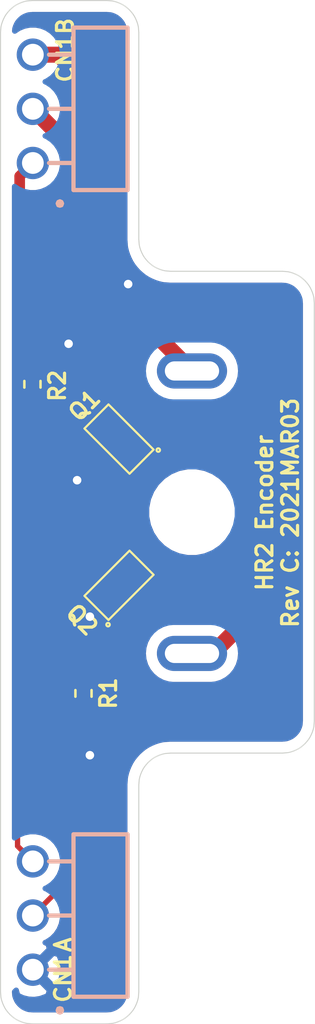
<source format=kicad_pcb>
(kicad_pcb (version 20171130) (host pcbnew 5.1.9-73d0e3b20d~88~ubuntu20.04.1)

  (general
    (thickness 1.6)
    (drawings 155)
    (tracks 76)
    (zones 0)
    (modules 5)
    (nets 7)
  )

  (page A4)
  (layers
    (0 F.Cu signal)
    (31 B.Cu signal)
    (32 B.Adhes user)
    (33 F.Adhes user)
    (34 B.Paste user)
    (35 F.Paste user)
    (36 B.SilkS user)
    (37 F.SilkS user)
    (38 B.Mask user)
    (39 F.Mask user)
    (40 Dwgs.User user)
    (41 Cmts.User user)
    (42 Eco1.User user)
    (43 Eco2.User user)
    (44 Edge.Cuts user)
    (45 Margin user)
    (46 B.CrtYd user)
    (47 F.CrtYd user)
    (48 B.Fab user)
    (49 F.Fab user hide)
  )

  (setup
    (last_trace_width 0.25)
    (user_trace_width 0.5)
    (user_trace_width 0.75)
    (trace_clearance 0.2)
    (zone_clearance 0.508)
    (zone_45_only no)
    (trace_min 0.2)
    (via_size 0.8)
    (via_drill 0.4)
    (via_min_size 0.4)
    (via_min_drill 0.3)
    (uvia_size 0.3)
    (uvia_drill 0.1)
    (uvias_allowed no)
    (uvia_min_size 0.2)
    (uvia_min_drill 0.1)
    (edge_width 0.05)
    (segment_width 0.2)
    (pcb_text_width 0.3)
    (pcb_text_size 1.5 1.5)
    (mod_edge_width 0.12)
    (mod_text_size 1 1)
    (mod_text_width 0.15)
    (pad_size 1.524 1.524)
    (pad_drill 0.762)
    (pad_to_mask_clearance 0.05)
    (aux_axis_origin 0 0)
    (visible_elements FFFFFF7F)
    (pcbplotparams
      (layerselection 0x010fc_ffffffff)
      (usegerberextensions false)
      (usegerberattributes true)
      (usegerberadvancedattributes true)
      (creategerberjobfile true)
      (excludeedgelayer true)
      (linewidth 0.100000)
      (plotframeref false)
      (viasonmask false)
      (mode 1)
      (useauxorigin false)
      (hpglpennumber 1)
      (hpglpenspeed 20)
      (hpglpendiameter 15.000000)
      (psnegative false)
      (psa4output false)
      (plotreference true)
      (plotvalue true)
      (plotinvisibletext false)
      (padsonsilk false)
      (subtractmaskfromsilk false)
      (outputformat 1)
      (mirror false)
      (drillshape 0)
      (scaleselection 1)
      (outputdirectory ""))
  )

  (net 0 "")
  (net 1 /MOTOR-)
  (net 2 /MOTOR+)
  (net 3 /QUADB)
  (net 4 /QUADA)
  (net 5 /GND)
  (net 6 /VCC)

  (net_class Default "This is the default net class."
    (clearance 0.2)
    (trace_width 0.25)
    (via_dia 0.8)
    (via_drill 0.4)
    (uvia_dia 0.3)
    (uvia_drill 0.1)
    (add_net /GND)
    (add_net /MOTOR+)
    (add_net /MOTOR-)
    (add_net /QUADA)
    (add_net /QUADB)
    (add_net /VCC)
  )

  (module Resistor_SMD:R_0402_1005Metric (layer F.Cu) (tedit 5F68FEEE) (tstamp 5F423C80)
    (at 92.5 94 270)
    (descr "Resistor SMD 0402 (1005 Metric), square (rectangular) end terminal, IPC_7351 nominal, (Body size source: IPC-SM-782 page 72, https://www.pcb-3d.com/wordpress/wp-content/uploads/ipc-sm-782a_amendment_1_and_2.pdf), generated with kicad-footprint-generator")
    (tags resistor)
    (path /5F422F39)
    (attr smd)
    (fp_text reference R2 (at 0.07 -1.17 90) (layer F.SilkS)
      (effects (font (size 0.75 0.75) (thickness 0.15)))
    )
    (fp_text value 100Ω;1005 (at 0 1.17 90) (layer F.Fab)
      (effects (font (size 1 1) (thickness 0.15)))
    )
    (fp_line (start -0.525 0.27) (end -0.525 -0.27) (layer F.Fab) (width 0.1))
    (fp_line (start -0.525 -0.27) (end 0.525 -0.27) (layer F.Fab) (width 0.1))
    (fp_line (start 0.525 -0.27) (end 0.525 0.27) (layer F.Fab) (width 0.1))
    (fp_line (start 0.525 0.27) (end -0.525 0.27) (layer F.Fab) (width 0.1))
    (fp_line (start -0.153641 -0.38) (end 0.153641 -0.38) (layer F.SilkS) (width 0.12))
    (fp_line (start -0.153641 0.38) (end 0.153641 0.38) (layer F.SilkS) (width 0.12))
    (fp_line (start -0.93 0.47) (end -0.93 -0.47) (layer F.CrtYd) (width 0.05))
    (fp_line (start -0.93 -0.47) (end 0.93 -0.47) (layer F.CrtYd) (width 0.05))
    (fp_line (start 0.93 -0.47) (end 0.93 0.47) (layer F.CrtYd) (width 0.05))
    (fp_line (start 0.93 0.47) (end -0.93 0.47) (layer F.CrtYd) (width 0.05))
    (fp_text user %R (at 0 0 90) (layer F.Fab)
      (effects (font (size 0.26 0.26) (thickness 0.04)))
    )
    (pad 2 smd roundrect (at 0.51 0 270) (size 0.54 0.64) (layers F.Cu F.Paste F.Mask) (roundrect_rratio 0.25)
      (net 3 /QUADB))
    (pad 1 smd roundrect (at -0.51 0 270) (size 0.54 0.64) (layers F.Cu F.Paste F.Mask) (roundrect_rratio 0.25)
      (net 6 /VCC))
    (model ${KISYS3DMOD}/Resistor_SMD.3dshapes/R_0402_1005Metric.wrl
      (at (xyz 0 0 0))
      (scale (xyz 1 1 1))
      (rotate (xyz 0 0 0))
    )
  )

  (module Resistor_SMD:R_0402_1005Metric (layer F.Cu) (tedit 5F68FEEE) (tstamp 5F41F21C)
    (at 94.9 108.5 270)
    (descr "Resistor SMD 0402 (1005 Metric), square (rectangular) end terminal, IPC_7351 nominal, (Body size source: IPC-SM-782 page 72, https://www.pcb-3d.com/wordpress/wp-content/uploads/ipc-sm-782a_amendment_1_and_2.pdf), generated with kicad-footprint-generator")
    (tags resistor)
    (path /5F42263B)
    (attr smd)
    (fp_text reference R1 (at 0 -1.17 90) (layer F.SilkS)
      (effects (font (size 0.75 0.75) (thickness 0.15)))
    )
    (fp_text value 100Ω;1005 (at 0 1.17 90) (layer F.Fab)
      (effects (font (size 1 1) (thickness 0.15)))
    )
    (fp_line (start -0.525 0.27) (end -0.525 -0.27) (layer F.Fab) (width 0.1))
    (fp_line (start -0.525 -0.27) (end 0.525 -0.27) (layer F.Fab) (width 0.1))
    (fp_line (start 0.525 -0.27) (end 0.525 0.27) (layer F.Fab) (width 0.1))
    (fp_line (start 0.525 0.27) (end -0.525 0.27) (layer F.Fab) (width 0.1))
    (fp_line (start -0.153641 -0.38) (end 0.153641 -0.38) (layer F.SilkS) (width 0.12))
    (fp_line (start -0.153641 0.38) (end 0.153641 0.38) (layer F.SilkS) (width 0.12))
    (fp_line (start -0.93 0.47) (end -0.93 -0.47) (layer F.CrtYd) (width 0.05))
    (fp_line (start -0.93 -0.47) (end 0.93 -0.47) (layer F.CrtYd) (width 0.05))
    (fp_line (start 0.93 -0.47) (end 0.93 0.47) (layer F.CrtYd) (width 0.05))
    (fp_line (start 0.93 0.47) (end -0.93 0.47) (layer F.CrtYd) (width 0.05))
    (fp_text user %R (at 0 0 90) (layer F.Fab)
      (effects (font (size 0.26 0.26) (thickness 0.04)))
    )
    (pad 2 smd roundrect (at 0.51 0 270) (size 0.54 0.64) (layers F.Cu F.Paste F.Mask) (roundrect_rratio 0.25)
      (net 4 /QUADA))
    (pad 1 smd roundrect (at -0.51 0 270) (size 0.54 0.64) (layers F.Cu F.Paste F.Mask) (roundrect_rratio 0.25)
      (net 6 /VCC))
    (model ${KISYS3DMOD}/Resistor_SMD.3dshapes/R_0402_1005Metric.wrl
      (at (xyz 0 0 0))
      (scale (xyz 1 1 1))
      (rotate (xyz 0 0 0))
    )
  )

  (module HR2:ENCODER_2xM1x3RA (layer F.Cu) (tedit 5F9F5158) (tstamp 5FE4E0F7)
    (at 100 100)
    (path /5F409D86)
    (fp_text reference CN1 (at -6.06 21.87 90) (layer F.SilkS)
      (effects (font (size 0.75 0.75) (thickness 0.15)))
    )
    (fp_text value ENCODER;2xM1x3RA (at 0 0) (layer F.Fab)
      (effects (font (size 1 1) (thickness 0.2)))
    )
    (fp_line (start -5.57 -22.73) (end -5.57 -15.11) (layer B.SilkS) (width 0.2))
    (fp_line (start -5.57 -15.11) (end -3.03 -15.11) (layer B.SilkS) (width 0.2))
    (fp_line (start -3.03 -15.11) (end -3.03 -22.73) (layer B.SilkS) (width 0.2))
    (fp_line (start -3.03 -22.73) (end -5.57 -22.73) (layer B.SilkS) (width 0.2))
    (fp_line (start -6.72 -16.38) (end -5.57 -16.38) (layer B.SilkS) (width 0.2))
    (fp_line (start -6.72 -18.92) (end -5.57 -18.92) (layer B.SilkS) (width 0.2))
    (fp_line (start -6.72 -21.46) (end -5.57 -21.46) (layer B.SilkS) (width 0.2))
    (fp_line (start -6.21 -14.58) (end -6.28 -14.55) (layer B.SilkS) (width 0.2))
    (fp_line (start -6.28 -14.55) (end -6.31 -14.48) (layer B.SilkS) (width 0.2))
    (fp_line (start -6.31 -14.48) (end -6.28 -14.4) (layer B.SilkS) (width 0.2))
    (fp_line (start -6.28 -14.4) (end -6.21 -14.38) (layer B.SilkS) (width 0.2))
    (fp_line (start -6.21 -14.38) (end -6.14 -14.4) (layer B.SilkS) (width 0.2))
    (fp_line (start -6.14 -14.4) (end -6.11 -14.48) (layer B.SilkS) (width 0.2))
    (fp_line (start -6.11 -14.48) (end -6.14 -14.55) (layer B.SilkS) (width 0.2))
    (fp_line (start -6.14 -14.55) (end -6.21 -14.58) (layer B.SilkS) (width 0.2))
    (fp_line (start -5.57 15.11) (end -5.57 22.73) (layer B.SilkS) (width 0.2))
    (fp_line (start -5.57 22.73) (end -3.03 22.73) (layer B.SilkS) (width 0.2))
    (fp_line (start -3.03 22.73) (end -3.03 15.11) (layer B.SilkS) (width 0.2))
    (fp_line (start -3.03 15.11) (end -5.57 15.11) (layer B.SilkS) (width 0.2))
    (fp_line (start -6.72 21.46) (end -5.57 21.46) (layer B.SilkS) (width 0.2))
    (fp_line (start -6.72 18.92) (end -5.57 18.92) (layer B.SilkS) (width 0.2))
    (fp_line (start -6.72 16.38) (end -5.57 16.38) (layer B.SilkS) (width 0.2))
    (fp_line (start -6.21 23.27) (end -6.28 23.29) (layer B.SilkS) (width 0.2))
    (fp_line (start -6.28 23.29) (end -6.31 23.37) (layer B.SilkS) (width 0.2))
    (fp_line (start -6.31 23.37) (end -6.28 23.44) (layer B.SilkS) (width 0.2))
    (fp_line (start -6.28 23.44) (end -6.21 23.47) (layer B.SilkS) (width 0.2))
    (fp_line (start -6.21 23.47) (end -6.14 23.44) (layer B.SilkS) (width 0.2))
    (fp_line (start -6.14 23.44) (end -6.11 23.37) (layer B.SilkS) (width 0.2))
    (fp_line (start -6.11 23.37) (end -6.14 23.29) (layer B.SilkS) (width 0.2))
    (fp_line (start -6.14 23.29) (end -6.21 23.27) (layer B.SilkS) (width 0.2))
    (pad "Encoder Shaft Hole" np_thru_hole circle (at 0 0) (size 3 3) (drill 3) (layers *.Cu *.Mask))
    (pad 7 thru_hole oval (at 0 6.6252) (size 3.3 1.65) (drill oval 2.55 0.9) (layers *.Cu *.Mask)
      (net 1 /MOTOR-))
    (pad 8 thru_hole oval (at 0 -6.6248) (size 3.3 1.65) (drill oval 2.55 0.9) (layers *.Cu *.Mask)
      (net 2 /MOTOR+))
    (pad 3 thru_hole circle (at -7.4801 16.38) (size 1.52 1.52) (drill 1.02) (layers *.Cu *.Mask)
      (net 3 /QUADB))
    (pad 2 thru_hole circle (at -7.4801 18.92) (size 1.52 1.52) (drill 1.02) (layers *.Cu *.Mask)
      (net 4 /QUADA))
    (pad 1 thru_hole circle (at -7.4801 21.46) (size 1.52 1.52) (drill 1.02) (layers *.Cu *.Mask)
      (net 5 /GND))
    (pad 6 thru_hole circle (at -7.4801 -21.46) (size 1.52 1.52) (drill 1.02) (layers *.Cu *.Mask)
      (net 1 /MOTOR-))
    (pad 5 thru_hole circle (at -7.4801 -18.92) (size 1.52 1.52) (drill 1.02) (layers *.Cu *.Mask)
      (net 2 /MOTOR+))
    (pad 4 thru_hole circle (at -7.4801 -16.38) (size 1.52 1.52) (drill 1.02) (layers *.Cu *.Mask)
      (net 6 /VCC))
  )

  (module HR2:SC59 (layer F.Cu) (tedit 5F40A4F6) (tstamp 5FE4DF72)
    (at 96.57 103.43 45)
    (path /5F41D920)
    (fp_text reference Q2 (at -2.375879 -0.084853 135) (layer F.SilkS)
      (effects (font (size 0.75 0.75) (thickness 0.15)))
    )
    (fp_text value AH1806;SC59 (at 0 -11.430001 45) (layer F.Fab)
      (effects (font (size 1 1) (thickness 0.15)))
    )
    (fp_circle (center -1.67 0.94) (end -1.66 0.91) (layer F.SilkS) (width 0.1))
    (fp_line (start 1.5 -0.8) (end 1.5 0.8) (layer F.SilkS) (width 0.1))
    (fp_line (start -1.5 0.8) (end 1.5 0.8) (layer F.SilkS) (width 0.1))
    (fp_line (start -1.5 -0.8) (end 1.5 -0.8) (layer F.SilkS) (width 0.1))
    (fp_line (start -1.5 -0.8) (end -1.5 0.8) (layer F.SilkS) (width 0.1))
    (pad 2 smd rect (at 0 -1.2 45) (size 0.8 1) (layers F.Cu F.Paste F.Mask)
      (net 5 /GND))
    (pad 1 smd rect (at -0.95 1.2 45) (size 0.8 1) (layers F.Cu F.Paste F.Mask)
      (net 6 /VCC))
    (pad 3 smd rect (at 0.95 1.2 45) (size 0.8 1) (layers F.Cu F.Paste F.Mask)
      (net 4 /QUADA))
  )

  (module HR2:SC59 (layer F.Cu) (tedit 5F40A4F6) (tstamp 600A5518)
    (at 96.57 96.57 135)
    (path /5F40AB04)
    (fp_text reference Q1 (at 2.262742 -0.028284 45) (layer F.SilkS)
      (effects (font (size 0.75 0.75) (thickness 0.15)))
    )
    (fp_text value AH1806;SC59 (at 0 -11.430001 135) (layer F.Fab)
      (effects (font (size 1 1) (thickness 0.15)))
    )
    (fp_circle (center -1.67 0.94) (end -1.66 0.91) (layer F.SilkS) (width 0.1))
    (fp_line (start 1.5 -0.8) (end 1.5 0.8) (layer F.SilkS) (width 0.1))
    (fp_line (start -1.5 0.8) (end 1.5 0.8) (layer F.SilkS) (width 0.1))
    (fp_line (start -1.5 -0.8) (end 1.5 -0.8) (layer F.SilkS) (width 0.1))
    (fp_line (start -1.5 -0.8) (end -1.5 0.8) (layer F.SilkS) (width 0.1))
    (pad 2 smd rect (at 0 -1.2 135) (size 0.8 1) (layers F.Cu F.Paste F.Mask)
      (net 5 /GND))
    (pad 1 smd rect (at -0.95 1.2 135) (size 0.8 1) (layers F.Cu F.Paste F.Mask)
      (net 6 /VCC))
    (pad 3 smd rect (at 0.95 1.2 135) (size 0.8 1) (layers F.Cu F.Paste F.Mask)
      (net 3 /QUADB))
  )

  (gr_text "HR2 Encoder\nRev C: 2021MAR03" (at 104.02 100.03 90) (layer F.SilkS)
    (effects (font (size 0.75 0.75) (thickness 0.15)))
  )
  (gr_text CN1B (at 94.04 78.33 90) (layer F.SilkS) (tstamp 5FE4E01F)
    (effects (font (size 0.75 0.75) (thickness 0.15)))
  )
  (gr_text A (at 93.94 120.29 90) (layer F.SilkS)
    (effects (font (size 0.75 0.75) (thickness 0.15)))
  )
  (gr_line (start 92.5 76) (end 92.37 76.01) (layer Edge.Cuts) (width 0.05))
  (gr_line (start 92.37 76.01) (end 92.24 76.02) (layer Edge.Cuts) (width 0.05))
  (gr_line (start 92.24 76.02) (end 92.11 76.05) (layer Edge.Cuts) (width 0.05))
  (gr_line (start 92.11 76.05) (end 91.99 76.09) (layer Edge.Cuts) (width 0.05))
  (gr_line (start 91.99 76.09) (end 91.87 76.14) (layer Edge.Cuts) (width 0.05))
  (gr_line (start 91.87 76.14) (end 91.75 76.2) (layer Edge.Cuts) (width 0.05))
  (gr_line (start 91.75 76.2) (end 91.64 76.27) (layer Edge.Cuts) (width 0.05))
  (gr_line (start 91.64 76.27) (end 91.54 76.35) (layer Edge.Cuts) (width 0.05))
  (gr_line (start 91.54 76.35) (end 91.44 76.44) (layer Edge.Cuts) (width 0.05))
  (gr_line (start 91.44 76.44) (end 91.35 76.54) (layer Edge.Cuts) (width 0.05))
  (gr_line (start 91.35 76.54) (end 91.27 76.64) (layer Edge.Cuts) (width 0.05))
  (gr_line (start 91.27 76.64) (end 91.2 76.75) (layer Edge.Cuts) (width 0.05))
  (gr_line (start 91.2 76.75) (end 91.14 76.87) (layer Edge.Cuts) (width 0.05))
  (gr_line (start 91.14 76.87) (end 91.09 76.99) (layer Edge.Cuts) (width 0.05))
  (gr_line (start 91.09 76.99) (end 91.05 77.11) (layer Edge.Cuts) (width 0.05))
  (gr_line (start 91.05 77.11) (end 91.02 77.24) (layer Edge.Cuts) (width 0.05))
  (gr_line (start 91.02 77.24) (end 91.01 77.37) (layer Edge.Cuts) (width 0.05))
  (gr_line (start 91.01 77.37) (end 91 77.5) (layer Edge.Cuts) (width 0.05))
  (gr_line (start 91 77.5) (end 91 122.5) (layer Edge.Cuts) (width 0.05))
  (gr_line (start 91 122.5) (end 91.01 122.63) (layer Edge.Cuts) (width 0.05))
  (gr_line (start 91.01 122.63) (end 91.02 122.76) (layer Edge.Cuts) (width 0.05))
  (gr_line (start 91.02 122.76) (end 91.05 122.89) (layer Edge.Cuts) (width 0.05))
  (gr_line (start 91.05 122.89) (end 91.09 123.01) (layer Edge.Cuts) (width 0.05))
  (gr_line (start 91.09 123.01) (end 91.14 123.13) (layer Edge.Cuts) (width 0.05))
  (gr_line (start 91.14 123.13) (end 91.2 123.25) (layer Edge.Cuts) (width 0.05))
  (gr_line (start 91.2 123.25) (end 91.27 123.36) (layer Edge.Cuts) (width 0.05))
  (gr_line (start 91.27 123.36) (end 91.35 123.46) (layer Edge.Cuts) (width 0.05))
  (gr_line (start 91.35 123.46) (end 91.44 123.56) (layer Edge.Cuts) (width 0.05))
  (gr_line (start 91.44 123.56) (end 91.54 123.65) (layer Edge.Cuts) (width 0.05))
  (gr_line (start 91.54 123.65) (end 91.64 123.73) (layer Edge.Cuts) (width 0.05))
  (gr_line (start 91.64 123.73) (end 91.75 123.8) (layer Edge.Cuts) (width 0.05))
  (gr_line (start 91.75 123.8) (end 91.87 123.86) (layer Edge.Cuts) (width 0.05))
  (gr_line (start 91.87 123.86) (end 91.99 123.91) (layer Edge.Cuts) (width 0.05))
  (gr_line (start 91.99 123.91) (end 92.11 123.95) (layer Edge.Cuts) (width 0.05))
  (gr_line (start 92.11 123.95) (end 92.24 123.98) (layer Edge.Cuts) (width 0.05))
  (gr_line (start 92.24 123.98) (end 92.37 123.99) (layer Edge.Cuts) (width 0.05))
  (gr_line (start 92.37 123.99) (end 92.5 124) (layer Edge.Cuts) (width 0.05))
  (gr_line (start 92.5 124) (end 96 124) (layer Edge.Cuts) (width 0.05))
  (gr_line (start 96 124) (end 96.13 123.99) (layer Edge.Cuts) (width 0.05))
  (gr_line (start 96.13 123.99) (end 96.26 123.98) (layer Edge.Cuts) (width 0.05))
  (gr_line (start 96.26 123.98) (end 96.39 123.95) (layer Edge.Cuts) (width 0.05))
  (gr_line (start 96.39 123.95) (end 96.51 123.91) (layer Edge.Cuts) (width 0.05))
  (gr_line (start 96.51 123.91) (end 96.63 123.86) (layer Edge.Cuts) (width 0.05))
  (gr_line (start 96.63 123.86) (end 96.75 123.8) (layer Edge.Cuts) (width 0.05))
  (gr_line (start 96.75 123.8) (end 96.86 123.73) (layer Edge.Cuts) (width 0.05))
  (gr_line (start 96.86 123.73) (end 96.96 123.65) (layer Edge.Cuts) (width 0.05))
  (gr_line (start 96.96 123.65) (end 97.06 123.56) (layer Edge.Cuts) (width 0.05))
  (gr_line (start 97.06 123.56) (end 97.15 123.46) (layer Edge.Cuts) (width 0.05))
  (gr_line (start 97.15 123.46) (end 97.23 123.36) (layer Edge.Cuts) (width 0.05))
  (gr_line (start 97.23 123.36) (end 97.3 123.25) (layer Edge.Cuts) (width 0.05))
  (gr_line (start 97.3 123.25) (end 97.36 123.13) (layer Edge.Cuts) (width 0.05))
  (gr_line (start 97.36 123.13) (end 97.41 123.01) (layer Edge.Cuts) (width 0.05))
  (gr_line (start 97.41 123.01) (end 97.45 122.89) (layer Edge.Cuts) (width 0.05))
  (gr_line (start 97.45 122.89) (end 97.48 122.76) (layer Edge.Cuts) (width 0.05))
  (gr_line (start 97.48 122.76) (end 97.49 122.63) (layer Edge.Cuts) (width 0.05))
  (gr_line (start 97.49 122.63) (end 97.5 122.5) (layer Edge.Cuts) (width 0.05))
  (gr_line (start 97.5 122.5) (end 97.5 112.8) (layer Edge.Cuts) (width 0.05))
  (gr_line (start 97.5 112.8) (end 97.51 112.67) (layer Edge.Cuts) (width 0.05))
  (gr_line (start 97.51 112.67) (end 97.52 112.54) (layer Edge.Cuts) (width 0.05))
  (gr_line (start 97.52 112.54) (end 97.55 112.41) (layer Edge.Cuts) (width 0.05))
  (gr_line (start 97.55 112.41) (end 97.59 112.29) (layer Edge.Cuts) (width 0.05))
  (gr_line (start 97.59 112.29) (end 97.64 112.17) (layer Edge.Cuts) (width 0.05))
  (gr_line (start 97.64 112.17) (end 97.7 112.05) (layer Edge.Cuts) (width 0.05))
  (gr_line (start 97.7 112.05) (end 97.77 111.94) (layer Edge.Cuts) (width 0.05))
  (gr_line (start 97.77 111.94) (end 97.85 111.84) (layer Edge.Cuts) (width 0.05))
  (gr_line (start 97.85 111.84) (end 97.94 111.74) (layer Edge.Cuts) (width 0.05))
  (gr_line (start 97.94 111.74) (end 98.04 111.65) (layer Edge.Cuts) (width 0.05))
  (gr_line (start 98.04 111.65) (end 98.14 111.57) (layer Edge.Cuts) (width 0.05))
  (gr_line (start 98.14 111.57) (end 98.25 111.5) (layer Edge.Cuts) (width 0.05))
  (gr_line (start 98.25 111.5) (end 98.37 111.44) (layer Edge.Cuts) (width 0.05))
  (gr_line (start 98.37 111.44) (end 98.49 111.39) (layer Edge.Cuts) (width 0.05))
  (gr_line (start 98.49 111.39) (end 98.61 111.35) (layer Edge.Cuts) (width 0.05))
  (gr_line (start 98.61 111.35) (end 98.74 111.32) (layer Edge.Cuts) (width 0.05))
  (gr_line (start 98.74 111.32) (end 98.87 111.31) (layer Edge.Cuts) (width 0.05))
  (gr_line (start 98.87 111.31) (end 99 111.3) (layer Edge.Cuts) (width 0.05))
  (gr_line (start 99 111.3) (end 104.25 111.3) (layer Edge.Cuts) (width 0.05))
  (gr_line (start 104.25 111.3) (end 104.38 111.29) (layer Edge.Cuts) (width 0.05))
  (gr_line (start 104.38 111.29) (end 104.51 111.28) (layer Edge.Cuts) (width 0.05))
  (gr_line (start 104.51 111.28) (end 104.64 111.25) (layer Edge.Cuts) (width 0.05))
  (gr_line (start 104.64 111.25) (end 104.76 111.21) (layer Edge.Cuts) (width 0.05))
  (gr_line (start 104.76 111.21) (end 104.88 111.16) (layer Edge.Cuts) (width 0.05))
  (gr_line (start 104.88 111.16) (end 105 111.1) (layer Edge.Cuts) (width 0.05))
  (gr_line (start 105 111.1) (end 105.11 111.03) (layer Edge.Cuts) (width 0.05))
  (gr_line (start 105.11 111.03) (end 105.21 110.95) (layer Edge.Cuts) (width 0.05))
  (gr_line (start 105.21 110.95) (end 105.31 110.86) (layer Edge.Cuts) (width 0.05))
  (gr_line (start 105.31 110.86) (end 105.4 110.76) (layer Edge.Cuts) (width 0.05))
  (gr_line (start 105.4 110.76) (end 105.48 110.66) (layer Edge.Cuts) (width 0.05))
  (gr_line (start 105.48 110.66) (end 105.55 110.55) (layer Edge.Cuts) (width 0.05))
  (gr_line (start 105.55 110.55) (end 105.61 110.43) (layer Edge.Cuts) (width 0.05))
  (gr_line (start 105.61 110.43) (end 105.66 110.31) (layer Edge.Cuts) (width 0.05))
  (gr_line (start 105.66 110.31) (end 105.7 110.19) (layer Edge.Cuts) (width 0.05))
  (gr_line (start 105.7 110.19) (end 105.73 110.06) (layer Edge.Cuts) (width 0.05))
  (gr_line (start 105.73 110.06) (end 105.74 109.93) (layer Edge.Cuts) (width 0.05))
  (gr_line (start 105.74 109.93) (end 105.75 109.8) (layer Edge.Cuts) (width 0.05))
  (gr_line (start 105.75 109.8) (end 105.75 90.2) (layer Edge.Cuts) (width 0.05))
  (gr_line (start 105.75 90.2) (end 105.74 90.07) (layer Edge.Cuts) (width 0.05))
  (gr_line (start 105.74 90.07) (end 105.73 89.94) (layer Edge.Cuts) (width 0.05))
  (gr_line (start 105.73 89.94) (end 105.7 89.81) (layer Edge.Cuts) (width 0.05))
  (gr_line (start 105.7 89.81) (end 105.66 89.69) (layer Edge.Cuts) (width 0.05))
  (gr_line (start 105.66 89.69) (end 105.61 89.57) (layer Edge.Cuts) (width 0.05))
  (gr_line (start 105.61 89.57) (end 105.55 89.45) (layer Edge.Cuts) (width 0.05))
  (gr_line (start 105.55 89.45) (end 105.48 89.34) (layer Edge.Cuts) (width 0.05))
  (gr_line (start 105.48 89.34) (end 105.4 89.24) (layer Edge.Cuts) (width 0.05))
  (gr_line (start 105.4 89.24) (end 105.31 89.14) (layer Edge.Cuts) (width 0.05))
  (gr_line (start 105.31 89.14) (end 105.21 89.05) (layer Edge.Cuts) (width 0.05))
  (gr_line (start 105.21 89.05) (end 105.11 88.97) (layer Edge.Cuts) (width 0.05))
  (gr_line (start 105.11 88.97) (end 105 88.9) (layer Edge.Cuts) (width 0.05))
  (gr_line (start 105 88.9) (end 104.88 88.84) (layer Edge.Cuts) (width 0.05))
  (gr_line (start 104.88 88.84) (end 104.76 88.79) (layer Edge.Cuts) (width 0.05))
  (gr_line (start 104.76 88.79) (end 104.64 88.75) (layer Edge.Cuts) (width 0.05))
  (gr_line (start 104.64 88.75) (end 104.51 88.72) (layer Edge.Cuts) (width 0.05))
  (gr_line (start 104.51 88.72) (end 104.38 88.71) (layer Edge.Cuts) (width 0.05))
  (gr_line (start 104.38 88.71) (end 104.25 88.7) (layer Edge.Cuts) (width 0.05))
  (gr_line (start 104.25 88.7) (end 99 88.7) (layer Edge.Cuts) (width 0.05))
  (gr_line (start 99 88.7) (end 98.87 88.69) (layer Edge.Cuts) (width 0.05))
  (gr_line (start 98.87 88.69) (end 98.74 88.68) (layer Edge.Cuts) (width 0.05))
  (gr_line (start 98.74 88.68) (end 98.61 88.65) (layer Edge.Cuts) (width 0.05))
  (gr_line (start 98.61 88.65) (end 98.49 88.61) (layer Edge.Cuts) (width 0.05))
  (gr_line (start 98.49 88.61) (end 98.37 88.56) (layer Edge.Cuts) (width 0.05))
  (gr_line (start 98.37 88.56) (end 98.25 88.5) (layer Edge.Cuts) (width 0.05))
  (gr_line (start 98.25 88.5) (end 98.14 88.43) (layer Edge.Cuts) (width 0.05))
  (gr_line (start 98.14 88.43) (end 98.04 88.35) (layer Edge.Cuts) (width 0.05))
  (gr_line (start 98.04 88.35) (end 97.94 88.26) (layer Edge.Cuts) (width 0.05))
  (gr_line (start 97.94 88.26) (end 97.85 88.16) (layer Edge.Cuts) (width 0.05))
  (gr_line (start 97.85 88.16) (end 97.77 88.06) (layer Edge.Cuts) (width 0.05))
  (gr_line (start 97.77 88.06) (end 97.7 87.95) (layer Edge.Cuts) (width 0.05))
  (gr_line (start 97.7 87.95) (end 97.64 87.83) (layer Edge.Cuts) (width 0.05))
  (gr_line (start 97.64 87.83) (end 97.59 87.71) (layer Edge.Cuts) (width 0.05))
  (gr_line (start 97.59 87.71) (end 97.55 87.59) (layer Edge.Cuts) (width 0.05))
  (gr_line (start 97.55 87.59) (end 97.52 87.46) (layer Edge.Cuts) (width 0.05))
  (gr_line (start 97.52 87.46) (end 97.51 87.33) (layer Edge.Cuts) (width 0.05))
  (gr_line (start 97.51 87.33) (end 97.5 87.2) (layer Edge.Cuts) (width 0.05))
  (gr_line (start 97.5 87.2) (end 97.5 77.5) (layer Edge.Cuts) (width 0.05))
  (gr_line (start 97.5 77.5) (end 97.49 77.37) (layer Edge.Cuts) (width 0.05))
  (gr_line (start 97.49 77.37) (end 97.48 77.24) (layer Edge.Cuts) (width 0.05))
  (gr_line (start 97.48 77.24) (end 97.45 77.11) (layer Edge.Cuts) (width 0.05))
  (gr_line (start 97.45 77.11) (end 97.41 76.99) (layer Edge.Cuts) (width 0.05))
  (gr_line (start 97.41 76.99) (end 97.36 76.87) (layer Edge.Cuts) (width 0.05))
  (gr_line (start 97.36 76.87) (end 97.3 76.75) (layer Edge.Cuts) (width 0.05))
  (gr_line (start 97.3 76.75) (end 97.23 76.64) (layer Edge.Cuts) (width 0.05))
  (gr_line (start 97.23 76.64) (end 97.15 76.54) (layer Edge.Cuts) (width 0.05))
  (gr_line (start 97.15 76.54) (end 97.06 76.44) (layer Edge.Cuts) (width 0.05))
  (gr_line (start 97.06 76.44) (end 96.96 76.35) (layer Edge.Cuts) (width 0.05))
  (gr_line (start 96.96 76.35) (end 96.86 76.27) (layer Edge.Cuts) (width 0.05))
  (gr_line (start 96.86 76.27) (end 96.75 76.2) (layer Edge.Cuts) (width 0.05))
  (gr_line (start 96.75 76.2) (end 96.63 76.14) (layer Edge.Cuts) (width 0.05))
  (gr_line (start 96.63 76.14) (end 96.51 76.09) (layer Edge.Cuts) (width 0.05))
  (gr_line (start 96.51 76.09) (end 96.39 76.05) (layer Edge.Cuts) (width 0.05))
  (gr_line (start 96.39 76.05) (end 96.26 76.02) (layer Edge.Cuts) (width 0.05))
  (gr_line (start 96.26 76.02) (end 96.13 76.01) (layer Edge.Cuts) (width 0.05))
  (gr_line (start 96.13 76.01) (end 96 76) (layer Edge.Cuts) (width 0.05))
  (gr_line (start 96 76) (end 92.5 76) (layer Edge.Cuts) (width 0.05))

  (segment (start 96.7 90.9) (end 95.2 89.4) (width 0.75) (layer F.Cu) (net 1))
  (segment (start 103.2 93.2) (end 100.9 90.9) (width 0.75) (layer F.Cu) (net 1))
  (segment (start 103.2 104.4) (end 103.2 93.2) (width 0.75) (layer F.Cu) (net 1))
  (segment (start 100.9748 106.6252) (end 103.2 104.4) (width 0.75) (layer F.Cu) (net 1))
  (segment (start 100.9 90.9) (end 96.7 90.9) (width 0.75) (layer F.Cu) (net 1))
  (segment (start 100 106.6252) (end 100.9748 106.6252) (width 0.75) (layer F.Cu) (net 1))
  (segment (start 95.2 83.7601) (end 95.2 85.7) (width 0.75) (layer F.Cu) (net 1))
  (segment (start 95.2 89.4) (end 95.2 85.7) (width 0.75) (layer F.Cu) (net 1))
  (segment (start 92.5199 78.54) (end 93.73 78.54) (width 0.75) (layer F.Cu) (net 1))
  (segment (start 95.2 80.01) (end 95.2 83.7601) (width 0.75) (layer F.Cu) (net 1))
  (segment (start 93.73 78.54) (end 95.2 80.01) (width 0.75) (layer F.Cu) (net 1))
  (segment (start 98.47481 91.85001) (end 96.306492 91.85001) (width 0.75) (layer F.Cu) (net 2))
  (segment (start 100 93.3752) (end 98.47481 91.85001) (width 0.75) (layer F.Cu) (net 2))
  (segment (start 96.306492 91.85001) (end 94.249989 89.793507) (width 0.75) (layer F.Cu) (net 2))
  (segment (start 94.249989 89.793507) (end 94.249989 88.250011) (width 0.75) (layer F.Cu) (net 2))
  (segment (start 94.249989 85.350089) (end 94.249989 88.250011) (width 0.75) (layer F.Cu) (net 2))
  (segment (start 94.249989 82.810089) (end 92.5199 81.08) (width 0.75) (layer F.Cu) (net 2))
  (segment (start 94.249989 85.350089) (end 94.249989 82.810089) (width 0.75) (layer F.Cu) (net 2))
  (segment (start 91.8 96.2) (end 92.5 95.5) (width 0.25) (layer F.Cu) (net 3))
  (segment (start 91.8 113.1201) (end 91.8 96.2) (width 0.25) (layer F.Cu) (net 3))
  (segment (start 92.5 95.5) (end 92.5 94.51) (width 0.25) (layer F.Cu) (net 3))
  (segment (start 93.03972 95.04972) (end 96.746777 95.04972) (width 0.25) (layer F.Cu) (net 3))
  (segment (start 92.5 94.51) (end 93.03972 95.04972) (width 0.25) (layer F.Cu) (net 3))
  (segment (start 91.8 115.6601) (end 92.201695 116.061795) (width 0.25) (layer F.Cu) (net 3))
  (segment (start 91.8 113.1201) (end 91.8 115.6601) (width 0.25) (layer F.Cu) (net 3))
  (segment (start 94.0125 109.2875) (end 94 109.3) (width 0.25) (layer F.Cu) (net 4))
  (segment (start 98.2 103.497057) (end 98.09028 103.606777) (width 0.25) (layer F.Cu) (net 4))
  (segment (start 98.2 102.7) (end 98.2 103.497057) (width 0.25) (layer F.Cu) (net 4))
  (segment (start 95.2 101.4) (end 96.9 101.4) (width 0.25) (layer F.Cu) (net 4))
  (segment (start 96.9 101.4) (end 98.2 102.7) (width 0.25) (layer F.Cu) (net 4))
  (segment (start 94 109.3) (end 94 102.6) (width 0.25) (layer F.Cu) (net 4))
  (segment (start 94 102.6) (end 95.2 101.4) (width 0.25) (layer F.Cu) (net 4))
  (segment (start 94 114.8999) (end 94 113.4) (width 0.25) (layer F.Cu) (net 4))
  (segment (start 94 113.4) (end 94 109.3) (width 0.25) (layer F.Cu) (net 4))
  (segment (start 94.29 109.01) (end 94 109.3) (width 0.25) (layer F.Cu) (net 4))
  (segment (start 94.9 109.01) (end 94.29 109.01) (width 0.25) (layer F.Cu) (net 4))
  (segment (start 94 117.4399) (end 92.5199 118.92) (width 0.25) (layer F.Cu) (net 4))
  (segment (start 94 114.8999) (end 94 117.4399) (width 0.25) (layer F.Cu) (net 4))
  (via (at 94.6 98.5) (size 0.8) (drill 0.4) (layers F.Cu B.Cu) (net 5))
  (segment (start 94.64 98.5) (end 95.721472 97.418528) (width 0.5) (layer F.Cu) (net 5))
  (segment (start 94.6 98.5) (end 94.64 98.5) (width 0.5) (layer F.Cu) (net 5))
  (via (at 94.2 92.1) (size 0.8) (drill 0.4) (layers F.Cu B.Cu) (net 5))
  (segment (start 94.6 98.5) (end 94.6 92.5) (width 0.5) (layer B.Cu) (net 5) (tstamp 5FE4E323))
  (segment (start 94.6 92.5) (end 94.2 92.1) (width 0.5) (layer B.Cu) (net 5))
  (via (at 97 89.3) (size 0.8) (drill 0.4) (layers F.Cu B.Cu) (net 5))
  (segment (start 94.2 92.1) (end 97 89.3) (width 0.5) (layer B.Cu) (net 5))
  (via (at 95.2 104.9) (size 0.8) (drill 0.4) (layers F.Cu B.Cu) (net 5))
  (segment (start 94.6 104.3) (end 95.2 104.9) (width 0.5) (layer B.Cu) (net 5))
  (segment (start 94.6 98.5) (end 94.6 104.3) (width 0.5) (layer B.Cu) (net 5))
  (segment (start 95.2 103.102944) (end 95.2 104.9) (width 0.5) (layer F.Cu) (net 5))
  (segment (start 95.721472 102.581472) (end 95.2 103.102944) (width 0.5) (layer F.Cu) (net 5))
  (segment (start 95.2 116.2399) (end 95.2 114.6) (width 0.5) (layer B.Cu) (net 5))
  (segment (start 95.2 114.6) (end 95.2 111.4) (width 0.5) (layer B.Cu) (net 5))
  (segment (start 95.2 111.4) (end 95.2 104.9) (width 0.5) (layer B.Cu) (net 5) (tstamp 5F428E87))
  (via (at 95.2 111.4) (size 0.8) (drill 0.4) (layers F.Cu B.Cu) (net 5))
  (segment (start 95.2 118.7799) (end 92.5199 121.46) (width 0.5) (layer B.Cu) (net 5))
  (segment (start 95.2 116.2399) (end 95.2 118.7799) (width 0.5) (layer B.Cu) (net 5))
  (segment (start 96.796497 105) (end 96.746777 104.95028) (width 0.5) (layer F.Cu) (net 6))
  (segment (start 99.283503 95.2) (end 101.5 95.2) (width 0.5) (layer F.Cu) (net 6))
  (segment (start 101.5 95.2) (end 102.3 96) (width 0.5) (layer F.Cu) (net 6))
  (segment (start 102.3 96) (end 102.3 103.6) (width 0.5) (layer F.Cu) (net 6))
  (segment (start 102.3 103.6) (end 100.9 105) (width 0.5) (layer F.Cu) (net 6))
  (segment (start 100.9 105) (end 96.796497 105) (width 0.5) (layer F.Cu) (net 6))
  (segment (start 99.283503 95.2) (end 98.6 95.2) (width 0.5) (layer F.Cu) (net 6))
  (segment (start 98.6 95.883503) (end 98.09028 96.393223) (width 0.5) (layer F.Cu) (net 6))
  (segment (start 98.6 95.2) (end 98.6 95.883503) (width 0.5) (layer F.Cu) (net 6))
  (segment (start 98.6 95.2) (end 97.363314 93.963314) (width 0.5) (layer F.Cu) (net 6))
  (segment (start 97.363314 93.963314) (end 93.250814 93.963314) (width 0.5) (layer F.Cu) (net 6))
  (segment (start 91.9 92.89) (end 92.5 93.49) (width 0.5) (layer F.Cu) (net 6))
  (segment (start 91.9 86.7799) (end 91.9 92.89) (width 0.5) (layer F.Cu) (net 6))
  (segment (start 92.7775 93.49) (end 92.5 93.49) (width 0.5) (layer F.Cu) (net 6))
  (segment (start 93.250814 93.963314) (end 92.7775 93.49) (width 0.5) (layer F.Cu) (net 6))
  (segment (start 96.746777 106.143223) (end 94.9 107.99) (width 0.5) (layer F.Cu) (net 6))
  (segment (start 96.746777 104.95028) (end 96.746777 106.143223) (width 0.5) (layer F.Cu) (net 6))
  (segment (start 91.9 84.2399) (end 92.5199 83.62) (width 0.5) (layer F.Cu) (net 6))
  (segment (start 91.9 86.7799) (end 91.9 84.2399) (width 0.5) (layer F.Cu) (net 6))

  (zone (net 5) (net_name /GND) (layer B.Cu) (tstamp 5FE81219) (hatch edge 0.508)
    (connect_pads (clearance 0.508))
    (min_thickness 0.254)
    (fill yes (arc_segments 32) (thermal_gap 0.508) (thermal_bridge_width 0.508))
    (polygon
      (pts
        (xy 92.5 76) (xy 92.4 76) (xy 92.2 76) (xy 92.1 76.1) (xy 92 76.1)
        (xy 91.9 76.1) (xy 91.8 76.2) (xy 91.6 76.3) (xy 91.5 76.4) (xy 91.4 76.4)
        (xy 91.4 76.5) (xy 91.3 76.6) (xy 91.2 76.7) (xy 91.1 76.9) (xy 91.1 77)
        (xy 91.1 77.1) (xy 91 77.2) (xy 91 77.4) (xy 91 77.5) (xy 91 122.5)
        (xy 91 122.6) (xy 91 122.8) (xy 91.1 122.9) (xy 91.1 123) (xy 91.1 123.1)
        (xy 91.2 123.3) (xy 91.3 123.4) (xy 91.4 123.5) (xy 91.4 123.6) (xy 91.5 123.6)
        (xy 91.6 123.7) (xy 91.8 123.8) (xy 91.9 123.9) (xy 92 123.9) (xy 92.1 123.9)
        (xy 92.2 124) (xy 92.4 124) (xy 92.5 124) (xy 96 124) (xy 96.1 124)
        (xy 96.3 124) (xy 96.4 123.9) (xy 96.5 123.9) (xy 96.6 123.9) (xy 96.8 123.8)
        (xy 96.9 123.7) (xy 97 123.6) (xy 97.1 123.6) (xy 97.1 123.5) (xy 97.2 123.4)
        (xy 97.3 123.3) (xy 97.4 123.1) (xy 97.4 123) (xy 97.4 122.9) (xy 97.5 122.8)
        (xy 97.5 122.6) (xy 97.5 122.5) (xy 97.5 112.8) (xy 97.5 112.7) (xy 97.5 112.5)
        (xy 97.6 112.4) (xy 97.6 112.3) (xy 97.6 112.2) (xy 97.7 112.1) (xy 97.8 111.9)
        (xy 97.9 111.8) (xy 97.9 111.7) (xy 98 111.7) (xy 98.1 111.6) (xy 98.2 111.5)
        (xy 98.4 111.4) (xy 98.5 111.4) (xy 98.6 111.4) (xy 98.7 111.3) (xy 98.9 111.3)
        (xy 99 111.3) (xy 104.3 111.3) (xy 104.4 111.3) (xy 104.5 111.3) (xy 104.6 111.2)
        (xy 104.8 111.2) (xy 104.9 111.2) (xy 105 111.1) (xy 105.1 111) (xy 105.2 110.9)
        (xy 105.3 110.9) (xy 105.4 110.8) (xy 105.5 110.7) (xy 105.5 110.6) (xy 105.6 110.4)
        (xy 105.7 110.3) (xy 105.7 110.2) (xy 105.7 110.1) (xy 105.7 109.9) (xy 105.8 109.8)
        (xy 105.8 90.2) (xy 105.7 90.1) (xy 105.7 89.9) (xy 105.7 89.8) (xy 105.7 89.7)
        (xy 105.6 89.6) (xy 105.5 89.4) (xy 105.5 89.3) (xy 105.4 89.2) (xy 105.3 89.1)
        (xy 105.2 89.1) (xy 105.1 89) (xy 105 88.9) (xy 104.9 88.8) (xy 104.8 88.8)
        (xy 104.6 88.8) (xy 104.5 88.7) (xy 104.4 88.7) (xy 104.3 88.7) (xy 99 88.7)
        (xy 98.9 88.7) (xy 98.7 88.7) (xy 98.6 88.6) (xy 98.5 88.6) (xy 98.4 88.6)
        (xy 98.2 88.5) (xy 98.1 88.4) (xy 98 88.3) (xy 97.9 88.3) (xy 97.9 88.2)
        (xy 97.8 88.1) (xy 97.7 87.9) (xy 97.6 87.8) (xy 97.6 87.7) (xy 97.6 87.6)
        (xy 97.5 87.5) (xy 97.5 87.3) (xy 97.5 87.2) (xy 97.5 77.5) (xy 97.5 77.4)
        (xy 97.5 77.2) (xy 97.4 77.1) (xy 97.4 77) (xy 97.4 76.9) (xy 97.3 76.7)
        (xy 97.2 76.6) (xy 97.1 76.5) (xy 97.1 76.4) (xy 97 76.4) (xy 96.9 76.3)
        (xy 96.8 76.2) (xy 96.6 76.1) (xy 96.5 76.1) (xy 96.4 76.1) (xy 96.3 76)
        (xy 96.1 76) (xy 96 76)
      )
    )
    (filled_polygon
      (pts
        (xy 96.111703 76.670542) (xy 96.111705 76.670542) (xy 96.159926 76.674251) (xy 96.211037 76.686046) (xy 96.278418 76.708506)
        (xy 96.355168 76.740486) (xy 96.424388 76.775096) (xy 96.475561 76.807661) (xy 96.532739 76.853404) (xy 96.592665 76.907337)
        (xy 96.646606 76.967271) (xy 96.692338 77.024437) (xy 96.724904 77.075612) (xy 96.759514 77.144832) (xy 96.791495 77.221585)
        (xy 96.813954 77.288964) (xy 96.825749 77.340074) (xy 96.829458 77.388295) (xy 96.829458 77.388296) (xy 96.840001 77.525354)
        (xy 96.84 87.192974) (xy 96.839458 87.218296) (xy 96.84 87.225342) (xy 96.84 87.232418) (xy 96.842486 87.257657)
        (xy 96.849458 87.348295) (xy 96.849458 87.348296) (xy 96.858281 87.462997) (xy 96.857115 87.48019) (xy 96.863256 87.52767)
        (xy 96.864431 87.542943) (xy 96.867415 87.559827) (xy 96.869613 87.576818) (xy 96.873055 87.591734) (xy 96.88139 87.638889)
        (xy 96.887643 87.654949) (xy 96.906715 87.737597) (xy 96.913618 87.767954) (xy 96.913952 87.768956) (xy 96.914192 87.769996)
        (xy 96.924196 87.799688) (xy 96.961254 87.910864) (xy 96.968301 87.93392) (xy 96.971493 87.94158) (xy 96.974121 87.949465)
        (xy 96.98396 87.971501) (xy 97.027045 88.074906) (xy 97.03518 88.096164) (xy 97.039516 88.104837) (xy 97.043239 88.113771)
        (xy 97.053992 88.133787) (xy 97.081339 88.188481) (xy 97.081778 88.190055) (xy 97.110393 88.246589) (xy 97.124177 88.274157)
        (xy 97.125043 88.275532) (xy 97.125779 88.276987) (xy 97.142382 88.303077) (xy 97.176082 88.356613) (xy 97.177205 88.357798)
        (xy 97.180043 88.362259) (xy 97.181259 88.365301) (xy 97.21491 88.41705) (xy 97.230589 88.441688) (xy 97.232599 88.444252)
        (xy 97.234375 88.446983) (xy 97.252611 88.469777) (xy 97.290703 88.518366) (xy 97.29319 88.520501) (xy 97.326365 88.561971)
        (xy 97.337739 88.577419) (xy 97.346603 88.587267) (xy 97.354879 88.597613) (xy 97.368271 88.611343) (xy 97.4075 88.654931)
        (xy 97.408703 88.656923) (xy 97.450885 88.703138) (xy 97.471113 88.725613) (xy 97.47283 88.72718) (xy 97.474387 88.728886)
        (xy 97.49676 88.749022) (xy 97.543077 88.791297) (xy 97.545069 88.7925) (xy 97.58866 88.831733) (xy 97.602387 88.845121)
        (xy 97.612725 88.853392) (xy 97.62258 88.862261) (xy 97.638035 88.87364) (xy 97.6795 88.906812) (xy 97.681634 88.909297)
        (xy 97.73018 88.947356) (xy 97.753016 88.965625) (xy 97.755753 88.967405) (xy 97.758312 88.969411) (xy 97.78293 88.985077)
        (xy 97.834698 89.01874) (xy 97.837738 89.019955) (xy 97.842202 89.022795) (xy 97.843387 89.023918) (xy 97.896923 89.057618)
        (xy 97.923013 89.074221) (xy 97.924468 89.074957) (xy 97.925843 89.075823) (xy 97.953411 89.089607) (xy 98.009945 89.118222)
        (xy 98.011519 89.118661) (xy 98.066213 89.146008) (xy 98.086229 89.156761) (xy 98.095163 89.160484) (xy 98.103836 89.16482)
        (xy 98.125087 89.172952) (xy 98.228499 89.21604) (xy 98.250535 89.225879) (xy 98.25842 89.228507) (xy 98.26608 89.231699)
        (xy 98.289133 89.238745) (xy 98.400388 89.27583) (xy 98.430004 89.285808) (xy 98.431041 89.286047) (xy 98.432045 89.286382)
        (xy 98.462458 89.293297) (xy 98.545052 89.312357) (xy 98.561111 89.31861) (xy 98.608263 89.326944) (xy 98.623181 89.330387)
        (xy 98.640175 89.332585) (xy 98.657057 89.335569) (xy 98.672329 89.336744) (xy 98.71981 89.342885) (xy 98.737003 89.341719)
        (xy 98.851703 89.350542) (xy 98.851705 89.350542) (xy 98.942341 89.357514) (xy 98.967581 89.36) (xy 98.974657 89.36)
        (xy 98.981703 89.360542) (xy 99.007025 89.36) (xy 104.224659 89.36) (xy 104.361703 89.370542) (xy 104.361705 89.370542)
        (xy 104.409926 89.374251) (xy 104.461037 89.386046) (xy 104.528418 89.408506) (xy 104.605168 89.440486) (xy 104.674388 89.475096)
        (xy 104.725561 89.507661) (xy 104.782739 89.553404) (xy 104.842665 89.607337) (xy 104.896606 89.667271) (xy 104.942338 89.724437)
        (xy 104.974904 89.775612) (xy 105.009514 89.844832) (xy 105.041495 89.921585) (xy 105.063954 89.988964) (xy 105.075749 90.040074)
        (xy 105.079458 90.088295) (xy 105.079458 90.088296) (xy 105.090001 90.225354) (xy 105.09 109.774659) (xy 105.079458 109.911704)
        (xy 105.075749 109.959926) (xy 105.063954 110.011036) (xy 105.041495 110.078415) (xy 105.009514 110.155168) (xy 104.974904 110.224388)
        (xy 104.942338 110.275563) (xy 104.896606 110.332729) (xy 104.842665 110.392663) (xy 104.782739 110.446596) (xy 104.725561 110.492339)
        (xy 104.674388 110.524904) (xy 104.605168 110.559514) (xy 104.528418 110.591494) (xy 104.461037 110.613954) (xy 104.409926 110.625749)
        (xy 104.361705 110.629458) (xy 104.361703 110.629458) (xy 104.224659 110.64) (xy 99.007025 110.64) (xy 98.981703 110.639458)
        (xy 98.974657 110.64) (xy 98.967581 110.64) (xy 98.942341 110.642486) (xy 98.851705 110.649458) (xy 98.851703 110.649458)
        (xy 98.737003 110.658281) (xy 98.71981 110.657115) (xy 98.672329 110.663256) (xy 98.657057 110.664431) (xy 98.640175 110.667415)
        (xy 98.623181 110.669613) (xy 98.608263 110.673056) (xy 98.561111 110.68139) (xy 98.545052 110.687643) (xy 98.462458 110.706703)
        (xy 98.432045 110.713618) (xy 98.431041 110.713953) (xy 98.430004 110.714192) (xy 98.400388 110.72417) (xy 98.289133 110.761255)
        (xy 98.26608 110.768301) (xy 98.25842 110.771493) (xy 98.250535 110.774121) (xy 98.228499 110.78396) (xy 98.125087 110.827048)
        (xy 98.103836 110.83518) (xy 98.095163 110.839516) (xy 98.086229 110.843239) (xy 98.066213 110.853992) (xy 98.011519 110.881339)
        (xy 98.009945 110.881778) (xy 97.953411 110.910393) (xy 97.925843 110.924177) (xy 97.924468 110.925043) (xy 97.923013 110.925779)
        (xy 97.896923 110.942382) (xy 97.843387 110.976082) (xy 97.842202 110.977205) (xy 97.837738 110.980045) (xy 97.834698 110.98126)
        (xy 97.78293 111.014923) (xy 97.758312 111.030589) (xy 97.755753 111.032595) (xy 97.753016 111.034375) (xy 97.73018 111.052644)
        (xy 97.681634 111.090703) (xy 97.6795 111.093188) (xy 97.638035 111.12636) (xy 97.62258 111.137739) (xy 97.612725 111.146608)
        (xy 97.602387 111.154879) (xy 97.58866 111.168267) (xy 97.545069 111.2075) (xy 97.543077 111.208703) (xy 97.49676 111.250978)
        (xy 97.474387 111.271114) (xy 97.47283 111.27282) (xy 97.471113 111.274387) (xy 97.450885 111.296862) (xy 97.408703 111.343077)
        (xy 97.4075 111.345069) (xy 97.368271 111.388657) (xy 97.354879 111.402387) (xy 97.346603 111.412733) (xy 97.337739 111.422581)
        (xy 97.326365 111.438029) (xy 97.29319 111.479499) (xy 97.290703 111.481634) (xy 97.252611 111.530223) (xy 97.234375 111.553017)
        (xy 97.232599 111.555748) (xy 97.230589 111.558312) (xy 97.21491 111.58295) (xy 97.181259 111.634699) (xy 97.180043 111.637741)
        (xy 97.177205 111.642202) (xy 97.176082 111.643387) (xy 97.142445 111.696823) (xy 97.125779 111.723013) (xy 97.125043 111.724468)
        (xy 97.124177 111.725843) (xy 97.110393 111.753411) (xy 97.081778 111.809945) (xy 97.081339 111.811519) (xy 97.053992 111.866213)
        (xy 97.043239 111.886229) (xy 97.039516 111.895163) (xy 97.03518 111.903836) (xy 97.027045 111.925094) (xy 96.98396 112.028499)
        (xy 96.974121 112.050535) (xy 96.971493 112.05842) (xy 96.968301 112.06608) (xy 96.961254 112.089136) (xy 96.924196 112.200312)
        (xy 96.914192 112.230004) (xy 96.913952 112.231044) (xy 96.913618 112.232046) (xy 96.906715 112.262403) (xy 96.887643 112.345051)
        (xy 96.88139 112.361111) (xy 96.873055 112.408266) (xy 96.869613 112.423182) (xy 96.867415 112.440173) (xy 96.864431 112.457057)
        (xy 96.863256 112.47233) (xy 96.857115 112.51981) (xy 96.858281 112.537003) (xy 96.854431 112.587057) (xy 96.842483 112.742384)
        (xy 96.840001 112.767581) (xy 96.840001 112.774645) (xy 96.839458 112.781704) (xy 96.840001 112.807072) (xy 96.84 122.474659)
        (xy 96.829458 122.611703) (xy 96.825749 122.659926) (xy 96.813954 122.711036) (xy 96.791495 122.778415) (xy 96.759514 122.855168)
        (xy 96.724904 122.924388) (xy 96.692338 122.975563) (xy 96.646606 123.032729) (xy 96.592665 123.092663) (xy 96.532739 123.146596)
        (xy 96.475561 123.192339) (xy 96.424388 123.224904) (xy 96.355168 123.259514) (xy 96.278418 123.291494) (xy 96.211037 123.313954)
        (xy 96.159926 123.325749) (xy 96.111705 123.329458) (xy 96.111703 123.329458) (xy 95.974659 123.34) (xy 92.525341 123.34)
        (xy 92.388296 123.329458) (xy 92.388295 123.329458) (xy 92.340074 123.325749) (xy 92.288964 123.313954) (xy 92.221585 123.291495)
        (xy 92.144832 123.259514) (xy 92.075612 123.224904) (xy 92.024437 123.192338) (xy 91.967271 123.146606) (xy 91.907337 123.092665)
        (xy 91.853404 123.032739) (xy 91.807661 122.975561) (xy 91.775096 122.924388) (xy 91.740486 122.855168) (xy 91.708506 122.778418)
        (xy 91.686046 122.711037) (xy 91.674251 122.659926) (xy 91.670542 122.611703) (xy 91.661775 122.497733) (xy 91.735369 122.424139)
        (xy 91.802106 122.664025) (xy 92.050792 122.780924) (xy 92.317506 122.847061) (xy 92.591997 122.859895) (xy 92.863717 122.818931)
        (xy 93.122226 122.725744) (xy 93.237694 122.664025) (xy 93.304431 122.424137) (xy 92.5199 121.639605) (xy 92.505758 121.653748)
        (xy 92.326152 121.474142) (xy 92.340295 121.46) (xy 92.699505 121.46) (xy 93.484037 122.244531) (xy 93.723925 122.177794)
        (xy 93.840824 121.929108) (xy 93.906961 121.662394) (xy 93.919795 121.387903) (xy 93.878831 121.116183) (xy 93.785644 120.857674)
        (xy 93.723925 120.742206) (xy 93.484037 120.675469) (xy 92.699505 121.46) (xy 92.340295 121.46) (xy 92.326152 121.445858)
        (xy 92.505758 121.266252) (xy 92.5199 121.280395) (xy 93.304431 120.495863) (xy 93.237694 120.255975) (xy 93.098193 120.1904)
        (xy 93.18068 120.156233) (xy 93.409161 120.003567) (xy 93.603467 119.809261) (xy 93.756133 119.58078) (xy 93.861291 119.326907)
        (xy 93.9149 119.057396) (xy 93.9149 118.782604) (xy 93.861291 118.513093) (xy 93.756133 118.25922) (xy 93.603467 118.030739)
        (xy 93.409161 117.836433) (xy 93.18068 117.683767) (xy 93.09916 117.65) (xy 93.18068 117.616233) (xy 93.409161 117.463567)
        (xy 93.603467 117.269261) (xy 93.756133 117.04078) (xy 93.861291 116.786907) (xy 93.9149 116.517396) (xy 93.9149 116.242604)
        (xy 93.861291 115.973093) (xy 93.756133 115.71922) (xy 93.603467 115.490739) (xy 93.409161 115.296433) (xy 93.18068 115.143767)
        (xy 92.926807 115.038609) (xy 92.657296 114.985) (xy 92.382504 114.985) (xy 92.112993 115.038609) (xy 91.85912 115.143767)
        (xy 91.66 115.276815) (xy 91.66 106.6252) (xy 97.707936 106.6252) (xy 97.736125 106.91141) (xy 97.81961 107.186621)
        (xy 97.955181 107.440257) (xy 98.137629 107.662571) (xy 98.359943 107.845019) (xy 98.613579 107.98059) (xy 98.88879 108.064075)
        (xy 99.103277 108.0852) (xy 100.896723 108.0852) (xy 101.11121 108.064075) (xy 101.386421 107.98059) (xy 101.640057 107.845019)
        (xy 101.862371 107.662571) (xy 102.044819 107.440257) (xy 102.18039 107.186621) (xy 102.263875 106.91141) (xy 102.292064 106.6252)
        (xy 102.263875 106.33899) (xy 102.18039 106.063779) (xy 102.044819 105.810143) (xy 101.862371 105.587829) (xy 101.640057 105.405381)
        (xy 101.386421 105.26981) (xy 101.11121 105.186325) (xy 100.896723 105.1652) (xy 99.103277 105.1652) (xy 98.88879 105.186325)
        (xy 98.613579 105.26981) (xy 98.359943 105.405381) (xy 98.137629 105.587829) (xy 97.955181 105.810143) (xy 97.81961 106.063779)
        (xy 97.736125 106.33899) (xy 97.707936 106.6252) (xy 91.66 106.6252) (xy 91.66 99.789721) (xy 97.865 99.789721)
        (xy 97.865 100.210279) (xy 97.947047 100.622756) (xy 98.107988 101.011302) (xy 98.341637 101.360983) (xy 98.639017 101.658363)
        (xy 98.988698 101.892012) (xy 99.377244 102.052953) (xy 99.789721 102.135) (xy 100.210279 102.135) (xy 100.622756 102.052953)
        (xy 101.011302 101.892012) (xy 101.360983 101.658363) (xy 101.658363 101.360983) (xy 101.892012 101.011302) (xy 102.052953 100.622756)
        (xy 102.135 100.210279) (xy 102.135 99.789721) (xy 102.052953 99.377244) (xy 101.892012 98.988698) (xy 101.658363 98.639017)
        (xy 101.360983 98.341637) (xy 101.011302 98.107988) (xy 100.622756 97.947047) (xy 100.210279 97.865) (xy 99.789721 97.865)
        (xy 99.377244 97.947047) (xy 98.988698 98.107988) (xy 98.639017 98.341637) (xy 98.341637 98.639017) (xy 98.107988 98.988698)
        (xy 97.947047 99.377244) (xy 97.865 99.789721) (xy 91.66 99.789721) (xy 91.66 93.3752) (xy 97.707936 93.3752)
        (xy 97.736125 93.66141) (xy 97.81961 93.936621) (xy 97.955181 94.190257) (xy 98.137629 94.412571) (xy 98.359943 94.595019)
        (xy 98.613579 94.73059) (xy 98.88879 94.814075) (xy 99.103277 94.8352) (xy 100.896723 94.8352) (xy 101.11121 94.814075)
        (xy 101.386421 94.73059) (xy 101.640057 94.595019) (xy 101.862371 94.412571) (xy 102.044819 94.190257) (xy 102.18039 93.936621)
        (xy 102.263875 93.66141) (xy 102.292064 93.3752) (xy 102.263875 93.08899) (xy 102.18039 92.813779) (xy 102.044819 92.560143)
        (xy 101.862371 92.337829) (xy 101.640057 92.155381) (xy 101.386421 92.01981) (xy 101.11121 91.936325) (xy 100.896723 91.9152)
        (xy 99.103277 91.9152) (xy 98.88879 91.936325) (xy 98.613579 92.01981) (xy 98.359943 92.155381) (xy 98.137629 92.337829)
        (xy 97.955181 92.560143) (xy 97.81961 92.813779) (xy 97.736125 93.08899) (xy 97.707936 93.3752) (xy 91.66 93.3752)
        (xy 91.66 84.723185) (xy 91.85912 84.856233) (xy 92.112993 84.961391) (xy 92.382504 85.015) (xy 92.657296 85.015)
        (xy 92.926807 84.961391) (xy 93.18068 84.856233) (xy 93.409161 84.703567) (xy 93.603467 84.509261) (xy 93.756133 84.28078)
        (xy 93.861291 84.026907) (xy 93.9149 83.757396) (xy 93.9149 83.482604) (xy 93.861291 83.213093) (xy 93.756133 82.95922)
        (xy 93.603467 82.730739) (xy 93.409161 82.536433) (xy 93.18068 82.383767) (xy 93.09916 82.35) (xy 93.18068 82.316233)
        (xy 93.409161 82.163567) (xy 93.603467 81.969261) (xy 93.756133 81.74078) (xy 93.861291 81.486907) (xy 93.9149 81.217396)
        (xy 93.9149 80.942604) (xy 93.861291 80.673093) (xy 93.756133 80.41922) (xy 93.603467 80.190739) (xy 93.409161 79.996433)
        (xy 93.18068 79.843767) (xy 93.09916 79.81) (xy 93.18068 79.776233) (xy 93.409161 79.623567) (xy 93.603467 79.429261)
        (xy 93.756133 79.20078) (xy 93.861291 78.946907) (xy 93.9149 78.677396) (xy 93.9149 78.402604) (xy 93.861291 78.133093)
        (xy 93.756133 77.87922) (xy 93.603467 77.650739) (xy 93.409161 77.456433) (xy 93.18068 77.303767) (xy 92.926807 77.198609)
        (xy 92.657296 77.145) (xy 92.382504 77.145) (xy 92.112993 77.198609) (xy 91.85912 77.303767) (xy 91.667179 77.432018)
        (xy 91.670542 77.388297) (xy 91.670542 77.388295) (xy 91.674251 77.340074) (xy 91.686046 77.288963) (xy 91.708506 77.221582)
        (xy 91.740486 77.144832) (xy 91.775096 77.075612) (xy 91.807661 77.024439) (xy 91.853404 76.967261) (xy 91.907337 76.907335)
        (xy 91.967271 76.853394) (xy 92.024437 76.807662) (xy 92.075612 76.775096) (xy 92.144832 76.740486) (xy 92.221585 76.708505)
        (xy 92.288964 76.686046) (xy 92.340074 76.674251) (xy 92.388295 76.670542) (xy 92.388296 76.670542) (xy 92.525341 76.66)
        (xy 95.974659 76.66)
      )
    )
  )
  (zone (net 5) (net_name /GND) (layer F.Cu) (tstamp 5FE81216) (hatch edge 0.508)
    (connect_pads (clearance 0.508))
    (min_thickness 0.254)
    (fill yes (arc_segments 32) (thermal_gap 0.508) (thermal_bridge_width 0.508))
    (polygon
      (pts
        (xy 92.5 76) (xy 92.4 76) (xy 92.2 76) (xy 92.1 76.1) (xy 92 76.1)
        (xy 91.9 76.1) (xy 91.8 76.2) (xy 91.6 76.3) (xy 91.5 76.4) (xy 91.4 76.4)
        (xy 91.4 76.5) (xy 91.3 76.6) (xy 91.2 76.7) (xy 91.1 76.9) (xy 91.1 77)
        (xy 91.1 77.1) (xy 91 77.2) (xy 91 77.4) (xy 91 77.5) (xy 91 122.5)
        (xy 91 122.6) (xy 91 122.8) (xy 91.1 122.9) (xy 91.1 123) (xy 91.1 123.1)
        (xy 91.2 123.3) (xy 91.3 123.4) (xy 91.4 123.5) (xy 91.4 123.6) (xy 91.5 123.6)
        (xy 91.6 123.7) (xy 91.8 123.8) (xy 91.9 123.9) (xy 92 123.9) (xy 92.1 123.9)
        (xy 92.2 124) (xy 92.4 124) (xy 92.5 124) (xy 96 124) (xy 96.1 124)
        (xy 96.3 124) (xy 96.4 123.9) (xy 96.5 123.9) (xy 96.6 123.9) (xy 96.8 123.8)
        (xy 96.9 123.7) (xy 97 123.6) (xy 97.1 123.6) (xy 97.1 123.5) (xy 97.2 123.4)
        (xy 97.3 123.3) (xy 97.4 123.1) (xy 97.4 123) (xy 97.4 122.9) (xy 97.5 122.8)
        (xy 97.5 122.6) (xy 97.5 122.5) (xy 97.5 112.8) (xy 97.5 112.7) (xy 97.5 112.5)
        (xy 97.6 112.4) (xy 97.6 112.3) (xy 97.6 112.2) (xy 97.7 112.1) (xy 97.8 111.9)
        (xy 97.9 111.8) (xy 97.9 111.7) (xy 98 111.7) (xy 98.1 111.6) (xy 98.2 111.5)
        (xy 98.4 111.4) (xy 98.5 111.4) (xy 98.6 111.4) (xy 98.7 111.3) (xy 98.9 111.3)
        (xy 99 111.3) (xy 104.3 111.3) (xy 104.4 111.3) (xy 104.5 111.3) (xy 104.6 111.2)
        (xy 104.8 111.2) (xy 104.9 111.2) (xy 105 111.1) (xy 105.1 111) (xy 105.2 110.9)
        (xy 105.3 110.9) (xy 105.4 110.8) (xy 105.5 110.7) (xy 105.5 110.6) (xy 105.6 110.4)
        (xy 105.7 110.3) (xy 105.7 110.2) (xy 105.7 110.1) (xy 105.7 109.9) (xy 105.8 109.8)
        (xy 105.8 90.2) (xy 105.7 90.1) (xy 105.7 89.9) (xy 105.7 89.8) (xy 105.7 89.7)
        (xy 105.6 89.6) (xy 105.5 89.4) (xy 105.5 89.3) (xy 105.4 89.2) (xy 105.3 89.1)
        (xy 105.2 89.1) (xy 105.1 89) (xy 105 88.9) (xy 104.9 88.8) (xy 104.8 88.8)
        (xy 104.6 88.8) (xy 104.5 88.7) (xy 104.4 88.7) (xy 104.3 88.7) (xy 99 88.7)
        (xy 98.9 88.7) (xy 98.7 88.7) (xy 98.6 88.6) (xy 98.5 88.6) (xy 98.4 88.6)
        (xy 98.2 88.5) (xy 98.1 88.4) (xy 98 88.3) (xy 97.9 88.3) (xy 97.9 88.2)
        (xy 97.8 88.1) (xy 97.7 87.9) (xy 97.6 87.8) (xy 97.6 87.7) (xy 97.6 87.6)
        (xy 97.5 87.5) (xy 97.5 87.3) (xy 97.5 87.2) (xy 97.5 77.5) (xy 97.5 77.4)
        (xy 97.5 77.2) (xy 97.4 77.1) (xy 97.4 77) (xy 97.4 76.9) (xy 97.3 76.7)
        (xy 97.2 76.6) (xy 97.1 76.5) (xy 97.1 76.4) (xy 97 76.4) (xy 96.9 76.3)
        (xy 96.8 76.2) (xy 96.6 76.1) (xy 96.5 76.1) (xy 96.4 76.1) (xy 96.3 76)
        (xy 96.1 76) (xy 96 76)
      )
    )
    (filled_polygon
      (pts
        (xy 96.111703 76.670542) (xy 96.111705 76.670542) (xy 96.159926 76.674251) (xy 96.211037 76.686046) (xy 96.278418 76.708506)
        (xy 96.355168 76.740486) (xy 96.424388 76.775096) (xy 96.475561 76.807661) (xy 96.532739 76.853404) (xy 96.592665 76.907337)
        (xy 96.646606 76.967271) (xy 96.692338 77.024437) (xy 96.724904 77.075612) (xy 96.759514 77.144832) (xy 96.791495 77.221585)
        (xy 96.813954 77.288964) (xy 96.825749 77.340074) (xy 96.829458 77.388295) (xy 96.829458 77.388296) (xy 96.840001 77.525354)
        (xy 96.84 87.192974) (xy 96.839458 87.218296) (xy 96.84 87.225342) (xy 96.84 87.232418) (xy 96.842486 87.257657)
        (xy 96.849458 87.348295) (xy 96.849458 87.348296) (xy 96.858281 87.462997) (xy 96.857115 87.48019) (xy 96.863256 87.52767)
        (xy 96.864431 87.542943) (xy 96.867415 87.559827) (xy 96.869613 87.576818) (xy 96.873055 87.591734) (xy 96.88139 87.638889)
        (xy 96.887643 87.654949) (xy 96.906715 87.737597) (xy 96.913618 87.767954) (xy 96.913952 87.768956) (xy 96.914192 87.769996)
        (xy 96.924196 87.799688) (xy 96.961254 87.910864) (xy 96.968301 87.93392) (xy 96.971493 87.94158) (xy 96.974121 87.949465)
        (xy 96.98396 87.971501) (xy 97.027045 88.074906) (xy 97.03518 88.096164) (xy 97.039516 88.104837) (xy 97.043239 88.113771)
        (xy 97.053992 88.133787) (xy 97.081339 88.188481) (xy 97.081778 88.190055) (xy 97.110393 88.246589) (xy 97.124177 88.274157)
        (xy 97.125043 88.275532) (xy 97.125779 88.276987) (xy 97.142382 88.303077) (xy 97.176082 88.356613) (xy 97.177205 88.357798)
        (xy 97.180043 88.362259) (xy 97.181259 88.365301) (xy 97.21491 88.41705) (xy 97.230589 88.441688) (xy 97.232599 88.444252)
        (xy 97.234375 88.446983) (xy 97.252611 88.469777) (xy 97.290703 88.518366) (xy 97.29319 88.520501) (xy 97.326365 88.561971)
        (xy 97.337739 88.577419) (xy 97.346603 88.587267) (xy 97.354879 88.597613) (xy 97.368271 88.611343) (xy 97.4075 88.654931)
        (xy 97.408703 88.656923) (xy 97.450885 88.703138) (xy 97.471113 88.725613) (xy 97.47283 88.72718) (xy 97.474387 88.728886)
        (xy 97.49676 88.749022) (xy 97.543077 88.791297) (xy 97.545069 88.7925) (xy 97.58866 88.831733) (xy 97.602387 88.845121)
        (xy 97.612725 88.853392) (xy 97.62258 88.862261) (xy 97.638035 88.87364) (xy 97.6795 88.906812) (xy 97.681634 88.909297)
        (xy 97.73018 88.947356) (xy 97.753016 88.965625) (xy 97.755753 88.967405) (xy 97.758312 88.969411) (xy 97.78293 88.985077)
        (xy 97.834698 89.01874) (xy 97.837738 89.019955) (xy 97.842202 89.022795) (xy 97.843387 89.023918) (xy 97.896923 89.057618)
        (xy 97.923013 89.074221) (xy 97.924468 89.074957) (xy 97.925843 89.075823) (xy 97.953411 89.089607) (xy 98.009945 89.118222)
        (xy 98.011519 89.118661) (xy 98.066213 89.146008) (xy 98.086229 89.156761) (xy 98.095163 89.160484) (xy 98.103836 89.16482)
        (xy 98.125087 89.172952) (xy 98.228499 89.21604) (xy 98.250535 89.225879) (xy 98.25842 89.228507) (xy 98.26608 89.231699)
        (xy 98.289133 89.238745) (xy 98.400388 89.27583) (xy 98.430004 89.285808) (xy 98.431041 89.286047) (xy 98.432045 89.286382)
        (xy 98.462458 89.293297) (xy 98.545052 89.312357) (xy 98.561111 89.31861) (xy 98.608263 89.326944) (xy 98.623181 89.330387)
        (xy 98.640175 89.332585) (xy 98.657057 89.335569) (xy 98.672329 89.336744) (xy 98.71981 89.342885) (xy 98.737003 89.341719)
        (xy 98.851703 89.350542) (xy 98.851705 89.350542) (xy 98.942341 89.357514) (xy 98.967581 89.36) (xy 98.974657 89.36)
        (xy 98.981703 89.360542) (xy 99.007025 89.36) (xy 104.224659 89.36) (xy 104.361703 89.370542) (xy 104.361705 89.370542)
        (xy 104.409926 89.374251) (xy 104.461037 89.386046) (xy 104.528418 89.408506) (xy 104.605168 89.440486) (xy 104.674388 89.475096)
        (xy 104.725561 89.507661) (xy 104.782739 89.553404) (xy 104.842665 89.607337) (xy 104.896606 89.667271) (xy 104.942338 89.724437)
        (xy 104.974904 89.775612) (xy 105.009514 89.844832) (xy 105.041495 89.921585) (xy 105.063954 89.988964) (xy 105.075749 90.040074)
        (xy 105.079458 90.088295) (xy 105.079458 90.088296) (xy 105.090001 90.225354) (xy 105.09 109.774659) (xy 105.079458 109.911704)
        (xy 105.075749 109.959926) (xy 105.063954 110.011036) (xy 105.041495 110.078415) (xy 105.009514 110.155168) (xy 104.974904 110.224388)
        (xy 104.942338 110.275563) (xy 104.896606 110.332729) (xy 104.842665 110.392663) (xy 104.782739 110.446596) (xy 104.725561 110.492339)
        (xy 104.674388 110.524904) (xy 104.605168 110.559514) (xy 104.528418 110.591494) (xy 104.461037 110.613954) (xy 104.409926 110.625749)
        (xy 104.361705 110.629458) (xy 104.361703 110.629458) (xy 104.224659 110.64) (xy 99.007025 110.64) (xy 98.981703 110.639458)
        (xy 98.974657 110.64) (xy 98.967581 110.64) (xy 98.942341 110.642486) (xy 98.851705 110.649458) (xy 98.851703 110.649458)
        (xy 98.737003 110.658281) (xy 98.71981 110.657115) (xy 98.672329 110.663256) (xy 98.657057 110.664431) (xy 98.640175 110.667415)
        (xy 98.623181 110.669613) (xy 98.608263 110.673056) (xy 98.561111 110.68139) (xy 98.545052 110.687643) (xy 98.462458 110.706703)
        (xy 98.432045 110.713618) (xy 98.431041 110.713953) (xy 98.430004 110.714192) (xy 98.400388 110.72417) (xy 98.289133 110.761255)
        (xy 98.26608 110.768301) (xy 98.25842 110.771493) (xy 98.250535 110.774121) (xy 98.228499 110.78396) (xy 98.125087 110.827048)
        (xy 98.103836 110.83518) (xy 98.095163 110.839516) (xy 98.086229 110.843239) (xy 98.066213 110.853992) (xy 98.011519 110.881339)
        (xy 98.009945 110.881778) (xy 97.953411 110.910393) (xy 97.925843 110.924177) (xy 97.924468 110.925043) (xy 97.923013 110.925779)
        (xy 97.896923 110.942382) (xy 97.843387 110.976082) (xy 97.842202 110.977205) (xy 97.837738 110.980045) (xy 97.834698 110.98126)
        (xy 97.78293 111.014923) (xy 97.758312 111.030589) (xy 97.755753 111.032595) (xy 97.753016 111.034375) (xy 97.73018 111.052644)
        (xy 97.681634 111.090703) (xy 97.6795 111.093188) (xy 97.638035 111.12636) (xy 97.62258 111.137739) (xy 97.612725 111.146608)
        (xy 97.602387 111.154879) (xy 97.58866 111.168267) (xy 97.545069 111.2075) (xy 97.543077 111.208703) (xy 97.49676 111.250978)
        (xy 97.474387 111.271114) (xy 97.47283 111.27282) (xy 97.471113 111.274387) (xy 97.450885 111.296862) (xy 97.408703 111.343077)
        (xy 97.4075 111.345069) (xy 97.368271 111.388657) (xy 97.354879 111.402387) (xy 97.346603 111.412733) (xy 97.337739 111.422581)
        (xy 97.326365 111.438029) (xy 97.29319 111.479499) (xy 97.290703 111.481634) (xy 97.252611 111.530223) (xy 97.234375 111.553017)
        (xy 97.232599 111.555748) (xy 97.230589 111.558312) (xy 97.21491 111.58295) (xy 97.181259 111.634699) (xy 97.180043 111.637741)
        (xy 97.177205 111.642202) (xy 97.176082 111.643387) (xy 97.142445 111.696823) (xy 97.125779 111.723013) (xy 97.125043 111.724468)
        (xy 97.124177 111.725843) (xy 97.110393 111.753411) (xy 97.081778 111.809945) (xy 97.081339 111.811519) (xy 97.053992 111.866213)
        (xy 97.043239 111.886229) (xy 97.039516 111.895163) (xy 97.03518 111.903836) (xy 97.027045 111.925094) (xy 96.98396 112.028499)
        (xy 96.974121 112.050535) (xy 96.971493 112.05842) (xy 96.968301 112.06608) (xy 96.961254 112.089136) (xy 96.924196 112.200312)
        (xy 96.914192 112.230004) (xy 96.913952 112.231044) (xy 96.913618 112.232046) (xy 96.906715 112.262403) (xy 96.887643 112.345051)
        (xy 96.88139 112.361111) (xy 96.873055 112.408266) (xy 96.869613 112.423182) (xy 96.867415 112.440173) (xy 96.864431 112.457057)
        (xy 96.863256 112.47233) (xy 96.857115 112.51981) (xy 96.858281 112.537003) (xy 96.854431 112.587057) (xy 96.842483 112.742384)
        (xy 96.840001 112.767581) (xy 96.840001 112.774645) (xy 96.839458 112.781704) (xy 96.840001 112.807072) (xy 96.84 122.474659)
        (xy 96.829458 122.611703) (xy 96.825749 122.659926) (xy 96.813954 122.711036) (xy 96.791495 122.778415) (xy 96.759514 122.855168)
        (xy 96.724904 122.924388) (xy 96.692338 122.975563) (xy 96.646606 123.032729) (xy 96.592665 123.092663) (xy 96.532739 123.146596)
        (xy 96.475561 123.192339) (xy 96.424388 123.224904) (xy 96.355168 123.259514) (xy 96.278418 123.291494) (xy 96.211037 123.313954)
        (xy 96.159926 123.325749) (xy 96.111705 123.329458) (xy 96.111703 123.329458) (xy 95.974659 123.34) (xy 92.525341 123.34)
        (xy 92.388296 123.329458) (xy 92.388295 123.329458) (xy 92.340074 123.325749) (xy 92.288964 123.313954) (xy 92.221585 123.291495)
        (xy 92.144832 123.259514) (xy 92.075612 123.224904) (xy 92.024437 123.192338) (xy 91.967271 123.146606) (xy 91.907337 123.092665)
        (xy 91.853404 123.032739) (xy 91.807661 122.975561) (xy 91.775096 122.924388) (xy 91.740486 122.855168) (xy 91.708506 122.778418)
        (xy 91.686046 122.711037) (xy 91.674251 122.659926) (xy 91.670542 122.611703) (xy 91.661775 122.497733) (xy 91.735369 122.424139)
        (xy 91.802106 122.664025) (xy 92.050792 122.780924) (xy 92.317506 122.847061) (xy 92.591997 122.859895) (xy 92.863717 122.818931)
        (xy 93.122226 122.725744) (xy 93.237694 122.664025) (xy 93.304431 122.424137) (xy 92.5199 121.639605) (xy 92.505758 121.653748)
        (xy 92.326152 121.474142) (xy 92.340295 121.46) (xy 92.699505 121.46) (xy 93.484037 122.244531) (xy 93.723925 122.177794)
        (xy 93.840824 121.929108) (xy 93.906961 121.662394) (xy 93.919795 121.387903) (xy 93.878831 121.116183) (xy 93.785644 120.857674)
        (xy 93.723925 120.742206) (xy 93.484037 120.675469) (xy 92.699505 121.46) (xy 92.340295 121.46) (xy 92.326152 121.445858)
        (xy 92.505758 121.266252) (xy 92.5199 121.280395) (xy 93.304431 120.495863) (xy 93.237694 120.255975) (xy 93.098193 120.1904)
        (xy 93.18068 120.156233) (xy 93.409161 120.003567) (xy 93.603467 119.809261) (xy 93.756133 119.58078) (xy 93.861291 119.326907)
        (xy 93.9149 119.057396) (xy 93.9149 118.782604) (xy 93.884571 118.630131) (xy 94.511008 118.003695) (xy 94.540001 117.979901)
        (xy 94.563795 117.950908) (xy 94.563799 117.950904) (xy 94.634973 117.864177) (xy 94.649803 117.836433) (xy 94.705546 117.732147)
        (xy 94.749003 117.588886) (xy 94.76 117.477233) (xy 94.76 117.477224) (xy 94.763676 117.439901) (xy 94.76 117.402578)
        (xy 94.76 109.918072) (xy 95.085 109.918072) (xy 95.235819 109.903218) (xy 95.380842 109.859225) (xy 95.514496 109.787786)
        (xy 95.631644 109.691644) (xy 95.727786 109.574496) (xy 95.799225 109.440842) (xy 95.843218 109.295819) (xy 95.858072 109.145)
        (xy 95.858072 108.875) (xy 95.843218 108.724181) (xy 95.799225 108.579158) (xy 95.756914 108.5) (xy 95.799225 108.420842)
        (xy 95.833403 108.308176) (xy 97.341826 106.799753) (xy 97.375594 106.77204) (xy 97.486188 106.637282) (xy 97.568366 106.483536)
        (xy 97.618972 106.316713) (xy 97.631777 106.1867) (xy 97.631777 106.18669) (xy 97.636058 106.143224) (xy 97.631777 106.099757)
        (xy 97.631777 105.885) (xy 97.915169 105.885) (xy 97.81961 106.063779) (xy 97.736125 106.33899) (xy 97.707936 106.6252)
        (xy 97.736125 106.91141) (xy 97.81961 107.186621) (xy 97.955181 107.440257) (xy 98.137629 107.662571) (xy 98.359943 107.845019)
        (xy 98.613579 107.98059) (xy 98.88879 108.064075) (xy 99.103277 108.0852) (xy 100.896723 108.0852) (xy 101.11121 108.064075)
        (xy 101.386421 107.98059) (xy 101.640057 107.845019) (xy 101.862371 107.662571) (xy 102.044819 107.440257) (xy 102.18039 107.186621)
        (xy 102.263875 106.91141) (xy 102.279927 106.748428) (xy 103.879094 105.149261) (xy 103.917633 105.117633) (xy 104.043847 104.96384)
        (xy 104.137632 104.78838) (xy 104.141141 104.776811) (xy 104.195385 104.597995) (xy 104.214886 104.400001) (xy 104.21 104.350393)
        (xy 104.21 93.249604) (xy 104.214886 93.199999) (xy 104.21 93.150392) (xy 104.195385 93.002006) (xy 104.137632 92.81162)
        (xy 104.043847 92.63616) (xy 103.917633 92.482367) (xy 103.879094 92.450739) (xy 101.649261 90.220906) (xy 101.617633 90.182367)
        (xy 101.46384 90.056153) (xy 101.28838 89.962368) (xy 101.097994 89.904615) (xy 100.949608 89.89) (xy 100.9 89.885114)
        (xy 100.850392 89.89) (xy 97.118355 89.89) (xy 96.21 88.981645) (xy 96.21 80.059608) (xy 96.214886 80.01)
        (xy 96.195385 79.812005) (xy 96.137632 79.62162) (xy 96.09935 79.55) (xy 96.043847 79.44616) (xy 95.917633 79.292367)
        (xy 95.879099 79.260744) (xy 94.479261 77.860906) (xy 94.447633 77.822367) (xy 94.29384 77.696153) (xy 94.11838 77.602368)
        (xy 93.927994 77.544615) (xy 93.779608 77.53) (xy 93.73 77.525114) (xy 93.680392 77.53) (xy 93.482728 77.53)
        (xy 93.409161 77.456433) (xy 93.18068 77.303767) (xy 92.926807 77.198609) (xy 92.657296 77.145) (xy 92.382504 77.145)
        (xy 92.112993 77.198609) (xy 91.85912 77.303767) (xy 91.667179 77.432018) (xy 91.670542 77.388297) (xy 91.670542 77.388295)
        (xy 91.674251 77.340074) (xy 91.686046 77.288963) (xy 91.708506 77.221582) (xy 91.740486 77.144832) (xy 91.775096 77.075612)
        (xy 91.807661 77.024439) (xy 91.853404 76.967261) (xy 91.907337 76.907335) (xy 91.967271 76.853394) (xy 92.024437 76.807662)
        (xy 92.075612 76.775096) (xy 92.144832 76.740486) (xy 92.221585 76.708505) (xy 92.288964 76.686046) (xy 92.340074 76.674251)
        (xy 92.388295 76.670542) (xy 92.388296 76.670542) (xy 92.525341 76.66) (xy 95.974659 76.66)
      )
    )
    (filled_polygon
      (pts
        (xy 96.224881 96.137301) (xy 96.321572 96.216653) (xy 96.431886 96.275618) (xy 96.551584 96.311928) (xy 96.676066 96.324188)
        (xy 96.800548 96.311928) (xy 96.840057 96.299943) (xy 96.828072 96.339452) (xy 96.815812 96.463934) (xy 96.828072 96.588416)
        (xy 96.864382 96.708114) (xy 96.923347 96.818428) (xy 97.002699 96.915119) (xy 97.568384 97.480804) (xy 97.665075 97.560156)
        (xy 97.775389 97.619121) (xy 97.895087 97.655431) (xy 98.019569 97.667691) (xy 98.144051 97.655431) (xy 98.263749 97.619121)
        (xy 98.374063 97.560156) (xy 98.470754 97.480804) (xy 99.177861 96.773697) (xy 99.257213 96.677006) (xy 99.316178 96.566692)
        (xy 99.352488 96.446994) (xy 99.363825 96.331887) (xy 99.421589 96.223816) (xy 99.463699 96.085) (xy 101.133422 96.085)
        (xy 101.415 96.366579) (xy 101.415 98.395654) (xy 101.360983 98.341637) (xy 101.011302 98.107988) (xy 100.622756 97.947047)
        (xy 100.210279 97.865) (xy 99.789721 97.865) (xy 99.377244 97.947047) (xy 98.988698 98.107988) (xy 98.639017 98.341637)
        (xy 98.341637 98.639017) (xy 98.107988 98.988698) (xy 97.947047 99.377244) (xy 97.865 99.789721) (xy 97.865 100.210279)
        (xy 97.947047 100.622756) (xy 98.107988 101.011302) (xy 98.341637 101.360983) (xy 98.639017 101.658363) (xy 98.988698 101.892012)
        (xy 99.377244 102.052953) (xy 99.789721 102.135) (xy 100.210279 102.135) (xy 100.622756 102.052953) (xy 101.011302 101.892012)
        (xy 101.360983 101.658363) (xy 101.415001 101.604345) (xy 101.415001 103.23342) (xy 100.533422 104.115) (xy 99.189082 104.115)
        (xy 99.257213 104.031982) (xy 99.316178 103.921668) (xy 99.352488 103.80197) (xy 99.364748 103.677488) (xy 99.352488 103.553006)
        (xy 99.316178 103.433308) (xy 99.257213 103.322994) (xy 99.177861 103.226303) (xy 98.96 103.008442) (xy 98.96 102.737325)
        (xy 98.963676 102.7) (xy 98.96 102.662675) (xy 98.96 102.662667) (xy 98.949003 102.551014) (xy 98.905546 102.407753)
        (xy 98.834974 102.275724) (xy 98.740001 102.159999) (xy 98.711004 102.136202) (xy 97.463804 100.889003) (xy 97.440001 100.859999)
        (xy 97.324276 100.765026) (xy 97.192247 100.694454) (xy 97.048986 100.650997) (xy 96.937333 100.64) (xy 96.937322 100.64)
        (xy 96.9 100.636324) (xy 96.862678 100.64) (xy 95.237322 100.64) (xy 95.199999 100.636324) (xy 95.162676 100.64)
        (xy 95.162667 100.64) (xy 95.051014 100.650997) (xy 94.907753 100.694454) (xy 94.775724 100.765026) (xy 94.659999 100.859999)
        (xy 94.636201 100.888997) (xy 93.488998 102.036201) (xy 93.46 102.059999) (xy 93.436202 102.088997) (xy 93.436201 102.088998)
        (xy 93.365026 102.175724) (xy 93.294454 102.307754) (xy 93.265906 102.401867) (xy 93.254387 102.439844) (xy 93.250998 102.451015)
        (xy 93.236324 102.6) (xy 93.240001 102.637332) (xy 93.24 109.262677) (xy 93.236324 109.3) (xy 93.24 109.337322)
        (xy 93.24 109.337332) (xy 93.240001 109.337342) (xy 93.24 113.437332) (xy 93.240001 113.437342) (xy 93.24 114.862567)
        (xy 93.24 115.183403) (xy 93.18068 115.143767) (xy 92.926807 115.038609) (xy 92.657296 114.985) (xy 92.56 114.985)
        (xy 92.56 98.198644) (xy 95.120962 98.198644) (xy 95.120962 98.42315) (xy 95.199576 98.506109) (xy 95.296267 98.585462)
        (xy 95.406582 98.644426) (xy 95.52628 98.680736) (xy 95.650761 98.692996) (xy 95.775243 98.680736) (xy 95.894941 98.644426)
        (xy 96.005255 98.585462) (xy 96.101946 98.506109) (xy 96.251272 98.352439) (xy 96.251272 98.127933) (xy 95.721472 97.598133)
        (xy 95.120962 98.198644) (xy 92.56 98.198644) (xy 92.56 97.489239) (xy 94.447004 97.489239) (xy 94.459264 97.61372)
        (xy 94.495574 97.733418) (xy 94.554538 97.843733) (xy 94.633891 97.940424) (xy 94.71685 98.019038) (xy 94.941356 98.019038)
        (xy 95.541867 97.418528) (xy 95.901077 97.418528) (xy 96.430877 97.948328) (xy 96.655383 97.948328) (xy 96.809053 97.799002)
        (xy 96.888406 97.702311) (xy 96.94737 97.591997) (xy 96.98368 97.472299) (xy 96.99594 97.347817) (xy 96.98368 97.223336)
        (xy 96.94737 97.103638) (xy 96.888406 96.993323) (xy 96.809053 96.896632) (xy 96.726094 96.818018) (xy 96.501588 96.818018)
        (xy 95.901077 97.418528) (xy 95.541867 97.418528) (xy 95.012067 96.888728) (xy 94.787561 96.888728) (xy 94.633891 97.038054)
        (xy 94.554538 97.134745) (xy 94.495574 97.245059) (xy 94.459264 97.364757) (xy 94.447004 97.489239) (xy 92.56 97.489239)
        (xy 92.56 96.514802) (xy 92.590185 96.484617) (xy 95.191672 96.484617) (xy 95.191672 96.709123) (xy 95.721472 97.238923)
        (xy 96.321982 96.638412) (xy 96.321982 96.413906) (xy 96.243368 96.330947) (xy 96.146677 96.251594) (xy 96.036362 96.19263)
        (xy 95.916664 96.15632) (xy 95.792183 96.14406) (xy 95.667701 96.15632) (xy 95.548003 96.19263) (xy 95.437689 96.251594)
        (xy 95.340998 96.330947) (xy 95.191672 96.484617) (xy 92.590185 96.484617) (xy 93.011009 96.063794) (xy 93.040001 96.040001)
        (xy 93.063795 96.011008) (xy 93.063799 96.011004) (xy 93.134973 95.924277) (xy 93.134974 95.924276) (xy 93.196206 95.80972)
        (xy 95.8973 95.80972)
      )
    )
    (filled_polygon
      (pts
        (xy 95.721472 102.401867) (xy 95.735615 102.387725) (xy 95.91522 102.56733) (xy 95.901077 102.581472) (xy 96.501588 103.181982)
        (xy 96.726094 103.181982) (xy 96.809053 103.103368) (xy 96.888406 103.006677) (xy 96.94737 102.896362) (xy 96.98368 102.776664)
        (xy 96.99594 102.652183) (xy 96.987043 102.561844) (xy 97.256389 102.831191) (xy 97.002699 103.084881) (xy 96.923347 103.181572)
        (xy 96.864382 103.291886) (xy 96.828072 103.411584) (xy 96.815812 103.536066) (xy 96.828072 103.660548) (xy 96.840057 103.700057)
        (xy 96.800548 103.688072) (xy 96.676066 103.675812) (xy 96.551584 103.688072) (xy 96.431886 103.724382) (xy 96.321572 103.783347)
        (xy 96.224881 103.862699) (xy 95.659196 104.428384) (xy 95.579844 104.525075) (xy 95.520879 104.635389) (xy 95.484569 104.755087)
        (xy 95.472309 104.879569) (xy 95.484569 105.004051) (xy 95.520879 105.123749) (xy 95.579844 105.234063) (xy 95.659196 105.330754)
        (xy 95.861777 105.533335) (xy 95.861778 105.776643) (xy 94.76 106.878422) (xy 94.76 103.290877) (xy 95.191672 103.290877)
        (xy 95.191672 103.515383) (xy 95.340998 103.669053) (xy 95.437689 103.748406) (xy 95.548003 103.80737) (xy 95.667701 103.84368)
        (xy 95.792183 103.85594) (xy 95.916664 103.84368) (xy 96.036362 103.80737) (xy 96.146677 103.748406) (xy 96.243368 103.669053)
        (xy 96.321982 103.586094) (xy 96.321982 103.361588) (xy 95.721472 102.761077) (xy 95.191672 103.290877) (xy 94.76 103.290877)
        (xy 94.76 103.08449) (xy 94.787561 103.111272) (xy 95.012067 103.111272) (xy 95.541867 102.581472) (xy 95.527724 102.56733)
        (xy 95.70733 102.387724)
      )
    )
    (filled_polygon
      (pts
        (xy 93.239989 85.300482) (xy 93.23999 88.200403) (xy 93.239989 89.743899) (xy 93.235103 89.793507) (xy 93.254604 89.991501)
        (xy 93.291469 90.113027) (xy 93.312357 90.181886) (xy 93.406142 90.357347) (xy 93.532356 90.51114) (xy 93.570895 90.542768)
        (xy 95.557235 92.529109) (xy 95.588859 92.567643) (xy 95.742652 92.693857) (xy 95.918112 92.787642) (xy 96.108498 92.845395)
        (xy 96.256884 92.86001) (xy 96.256886 92.86001) (xy 96.306491 92.864896) (xy 96.356096 92.86001) (xy 97.805586 92.86001)
        (xy 97.736125 93.08899) (xy 97.729566 93.155589) (xy 97.703627 93.141725) (xy 97.536804 93.091119) (xy 97.406791 93.078314)
        (xy 97.406783 93.078314) (xy 97.363314 93.074033) (xy 97.319845 93.078314) (xy 93.617392 93.078314) (xy 93.434034 92.894956)
        (xy 93.406317 92.861183) (xy 93.271559 92.750589) (xy 93.117813 92.668411) (xy 92.95099 92.617805) (xy 92.883069 92.611115)
        (xy 92.868176 92.606598) (xy 92.785 92.523422) (xy 92.785 84.989598) (xy 92.926807 84.961391) (xy 93.18068 84.856233)
        (xy 93.239989 84.816604)
      )
    )
  )
)

</source>
